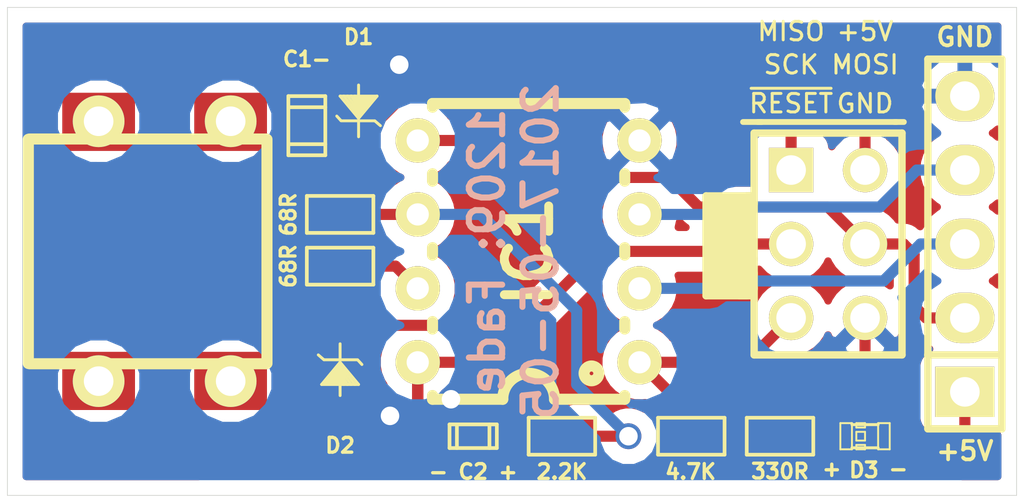
<source format=kicad_pcb>
(kicad_pcb (version 4) (host pcbnew 4.0.6)

  (general
    (links 32)
    (no_connects 0)
    (area 96.761299 86.093299 131.457701 102.882701)
    (thickness 1.6002)
    (drawings 26)
    (tracks 122)
    (zones 0)
    (modules 14)
    (nets 17)
  )

  (page A4)
  (layers
    (0 Front signal)
    (31 Back signal)
    (33 F.Adhes user)
    (35 F.Paste user)
    (36 B.SilkS user)
    (37 F.SilkS user)
    (38 B.Mask user)
    (39 F.Mask user)
    (44 Edge.Cuts user)
  )

  (setup
    (last_trace_width 0.2032)
    (user_trace_width 0.254)
    (user_trace_width 0.381)
    (user_trace_width 0.508)
    (trace_clearance 0.25654)
    (zone_clearance 0.794004)
    (zone_45_only no)
    (trace_min 0.2032)
    (segment_width 0.2)
    (edge_width 0.1)
    (via_size 0.889)
    (via_drill 0.635)
    (via_min_size 0.889)
    (via_min_drill 0.508)
    (uvia_size 0.508)
    (uvia_drill 0.127)
    (uvias_allowed no)
    (uvia_min_size 0.508)
    (uvia_min_drill 0.127)
    (pcb_text_width 0.3)
    (pcb_text_size 1.5 1.5)
    (mod_edge_width 0.381)
    (mod_text_size 1 1)
    (mod_text_width 0.15)
    (pad_size 2.49936 1.99898)
    (pad_drill 0)
    (pad_to_mask_clearance 0)
    (aux_axis_origin 96.774 102.87)
    (visible_elements 7FFFFF7F)
    (pcbplotparams
      (layerselection 0x00030_80000001)
      (usegerberextensions true)
      (excludeedgelayer false)
      (linewidth 0.150000)
      (plotframeref false)
      (viasonmask false)
      (mode 1)
      (useauxorigin false)
      (hpglpennumber 1)
      (hpglpenspeed 20)
      (hpglpendiameter 15)
      (hpglpenoverlay 2)
      (psnegative false)
      (psa4output false)
      (plotreference true)
      (plotvalue true)
      (plotinvisibletext false)
      (padsonsilk false)
      (subtractmaskfromsilk false)
      (outputformat 1)
      (mirror false)
      (drillshape 0)
      (scaleselection 1)
      (outputdirectory gerbers/))
  )

  (net 0 "")
  (net 1 +5V)
  (net 2 GND)
  (net 3 "Net-(CON2-Pad4)")
  (net 4 "Net-(CON2-Pad6)")
  (net 5 "Net-(CON2-Pad7)")
  (net 6 "Net-(CON2-Pad8)")
  (net 7 "Net-(CON2-Pad9)")
  (net 8 "Net-(IC1-Pad3)")
  (net 9 "Net-(IC1-Pad2)")
  (net 10 "Net-(D3-Pad2)")
  (net 11 "Net-(CON2-Pad2)")
  (net 12 "Net-(CON2-Pad3)")
  (net 13 MISO)
  (net 14 SCK)
  (net 15 MOSI)
  (net 16 RST)

  (net_class Default "This is the default net class."
    (clearance 0.25654)
    (trace_width 0.2032)
    (via_dia 0.889)
    (via_drill 0.635)
    (uvia_dia 0.508)
    (uvia_drill 0.127)
    (add_net MISO)
    (add_net MOSI)
    (add_net "Net-(CON2-Pad2)")
    (add_net "Net-(CON2-Pad3)")
    (add_net RST)
    (add_net SCK)
  )

  (net_class 1/100 ""
    (clearance 0.254)
    (trace_width 0.2032)
    (via_dia 0.889)
    (via_drill 0.635)
    (uvia_dia 0.508)
    (uvia_drill 0.127)
    (add_net +5V)
    (add_net GND)
    (add_net "Net-(CON2-Pad4)")
    (add_net "Net-(CON2-Pad6)")
    (add_net "Net-(CON2-Pad7)")
    (add_net "Net-(CON2-Pad8)")
    (add_net "Net-(CON2-Pad9)")
    (add_net "Net-(D3-Pad2)")
    (add_net "Net-(IC1-Pad2)")
    (add_net "Net-(IC1-Pad3)")
  )

  (net_class "1/32 bit" ""
    (clearance 0.794004)
    (trace_width 0.2032)
    (via_dia 0.889)
    (via_drill 0.635)
    (uvia_dia 0.508)
    (uvia_drill 0.127)
  )

  (net_class "1/64 bit" ""
    (clearance 0.39878)
    (trace_width 0.2032)
    (via_dia 0.889)
    (via_drill 0.635)
    (uvia_dia 0.508)
    (uvia_drill 0.127)
  )

  (module Pin_Headers:Pin_Header_Straight_1x05 (layer Front) (tedit 555929AB) (tstamp 55559736)
    (at 129.667 94.234 90)
    (descr "1 pin")
    (tags "CONN DEV")
    (path /5555966D)
    (fp_text reference P1 (at 0 -2.286 90) (layer F.SilkS) hide
      (effects (font (size 1.27 1.27) (thickness 0.2032)))
    )
    (fp_text value CONN_5 (at 0 0 90) (layer F.SilkS) hide
      (effects (font (size 1.27 1.27) (thickness 0.2032)))
    )
    (fp_line (start -3.81 -1.27) (end 6.35 -1.27) (layer F.SilkS) (width 0.254))
    (fp_line (start 6.35 -1.27) (end 6.35 1.27) (layer F.SilkS) (width 0.254))
    (fp_line (start 6.35 1.27) (end -3.81 1.27) (layer F.SilkS) (width 0.254))
    (fp_line (start -6.35 -1.27) (end -3.81 -1.27) (layer F.SilkS) (width 0.254))
    (fp_line (start -3.81 -1.27) (end -3.81 1.27) (layer F.SilkS) (width 0.254))
    (fp_line (start -6.35 -1.27) (end -6.35 1.27) (layer F.SilkS) (width 0.254))
    (fp_line (start -6.35 1.27) (end -3.81 1.27) (layer F.SilkS) (width 0.254))
    (pad 1 thru_hole rect (at -5.08 0 90) (size 1.7272 2.032) (drill 1.016) (layers *.Cu *.Mask F.SilkS)
      (net 1 +5V))
    (pad 2 thru_hole oval (at -2.54 0 90) (size 1.7272 2.032) (drill 1.016) (layers *.Cu *.Mask F.SilkS)
      (net 15 MOSI))
    (pad 3 thru_hole oval (at 0 0 90) (size 1.7272 2.032) (drill 1.016) (layers *.Cu *.Mask F.SilkS)
      (net 9 "Net-(IC1-Pad2)"))
    (pad 4 thru_hole oval (at 2.54 0 90) (size 1.7272 2.032) (drill 1.016) (layers *.Cu *.Mask F.SilkS)
      (net 8 "Net-(IC1-Pad3)"))
    (pad 5 thru_hole oval (at 5.08 0 90) (size 1.7272 2.032) (drill 1.016) (layers *.Cu *.Mask F.SilkS)
      (net 2 GND))
    (model Pin_Headers/Pin_Header_Straight_1x05.wrl
      (at (xyz 0 0 0))
      (scale (xyz 1 1 1))
      (rotate (xyz 0 0 0))
    )
  )

  (module SM0603 (layer Front) (tedit 553F58DE) (tstamp 553F582E)
    (at 120.269 100.838)
    (path /54F7455B)
    (attr smd)
    (fp_text reference R1 (at 0 -1.143) (layer F.SilkS) hide
      (effects (font (size 0.4572 0.4572) (thickness 0.04064)))
    )
    (fp_text value 4K7 (at 0 0) (layer F.SilkS) hide
      (effects (font (size 0.508 0.4572) (thickness 0.1143)))
    )
    (fp_line (start -1.143 -0.635) (end 1.143 -0.635) (layer F.SilkS) (width 0.127))
    (fp_line (start 1.143 -0.635) (end 1.143 0.635) (layer F.SilkS) (width 0.127))
    (fp_line (start 1.143 0.635) (end -1.143 0.635) (layer F.SilkS) (width 0.127))
    (fp_line (start -1.143 0.635) (end -1.143 -0.635) (layer F.SilkS) (width 0.127))
    (pad 1 smd rect (at -0.762 0) (size 0.635 1.143) (layers Front F.Paste F.Mask)
      (net 16 RST))
    (pad 2 smd rect (at 0.762 0) (size 0.635 1.143) (layers Front F.Paste F.Mask)
      (net 1 +5V))
    (model smd\resistors\R0603.wrl
      (at (xyz 0 0 0.001))
      (scale (xyz 0.5 0.5 0.5))
      (rotate (xyz 0 0 0))
    )
  )

  (module SM0603 (layer Front) (tedit 553F5987) (tstamp 54FB9E71)
    (at 108.204 93.218 180)
    (path /54F3B76D)
    (attr smd)
    (fp_text reference R2 (at 1.4605 0 270) (layer F.SilkS) hide
      (effects (font (size 0.4572 0.4572) (thickness 0.04064)))
    )
    (fp_text value R68 (at 0 0 180) (layer F.SilkS) hide
      (effects (font (size 0.508 0.4572) (thickness 0.1143)))
    )
    (fp_line (start -1.143 -0.635) (end 1.143 -0.635) (layer F.SilkS) (width 0.127))
    (fp_line (start 1.143 -0.635) (end 1.143 0.635) (layer F.SilkS) (width 0.127))
    (fp_line (start 1.143 0.635) (end -1.143 0.635) (layer F.SilkS) (width 0.127))
    (fp_line (start -1.143 0.635) (end -1.143 -0.635) (layer F.SilkS) (width 0.127))
    (pad 1 smd rect (at -0.762 0 180) (size 0.635 1.143) (layers Front F.Paste F.Mask)
      (net 13 MISO))
    (pad 2 smd rect (at 0.762 0 180) (size 0.635 1.143) (layers Front F.Paste F.Mask)
      (net 11 "Net-(CON2-Pad2)"))
    (model smd\resistors\R0603.wrl
      (at (xyz 0 0 0.001))
      (scale (xyz 0.5 0.5 0.5))
      (rotate (xyz 0 0 0))
    )
  )

  (module SM0603 (layer Front) (tedit 553F5984) (tstamp 54FB9E7C)
    (at 108.204 94.996 180)
    (path /54F3B760)
    (attr smd)
    (fp_text reference R3 (at 1.4605 0 270) (layer F.SilkS) hide
      (effects (font (size 0.4572 0.4572) (thickness 0.04064)))
    )
    (fp_text value R68 (at 0 0 180) (layer F.SilkS) hide
      (effects (font (size 0.508 0.4572) (thickness 0.1143)))
    )
    (fp_line (start -1.143 -0.635) (end 1.143 -0.635) (layer F.SilkS) (width 0.127))
    (fp_line (start 1.143 -0.635) (end 1.143 0.635) (layer F.SilkS) (width 0.127))
    (fp_line (start 1.143 0.635) (end -1.143 0.635) (layer F.SilkS) (width 0.127))
    (fp_line (start -1.143 0.635) (end -1.143 -0.635) (layer F.SilkS) (width 0.127))
    (pad 1 smd rect (at -0.762 0 180) (size 0.635 1.143) (layers Front F.Paste F.Mask)
      (net 14 SCK))
    (pad 2 smd rect (at 0.762 0 180) (size 0.635 1.143) (layers Front F.Paste F.Mask)
      (net 12 "Net-(CON2-Pad3)"))
    (model smd\resistors\R0603.wrl
      (at (xyz 0 0 0.001))
      (scale (xyz 0.5 0.5 0.5))
      (rotate (xyz 0 0 0))
    )
  )

  (module AVR-ISP-6 (layer Front) (tedit 553F08A2) (tstamp 54FACBCF)
    (at 124.968 94.234 270)
    (descr "Double rangee de contacts 2 x 4 pins")
    (tags CONN)
    (path /5568B1ED)
    (fp_text reference CON1 (at 0 -3.429 270) (layer F.SilkS) hide
      (effects (font (size 0.4572 0.4572) (thickness 0.1143)))
    )
    (fp_text value AVR-ISP-6 (at 0 5.334 270) (layer F.SilkS) hide
      (effects (font (size 1.016 1.016) (thickness 0.2032)))
    )
    (fp_line (start -0.508 2.794) (end -0.508 3.8735) (layer F.SilkS) (width 0.635))
    (fp_line (start -0.9525 2.8575) (end -0.9525 3.937) (layer F.SilkS) (width 0.635))
    (fp_line (start -1.397 2.7305) (end -1.397 3.8735) (layer F.SilkS) (width 0.635))
    (fp_line (start 0 2.794) (end 0 3.937) (layer F.SilkS) (width 0.635))
    (fp_line (start 0.508 2.7305) (end 0.508 3.937) (layer F.SilkS) (width 0.635))
    (fp_line (start 1.016 2.7305) (end 1.016 3.937) (layer F.SilkS) (width 0.635))
    (fp_line (start 1.524 2.7305) (end 1.524 3.937) (layer F.SilkS) (width 0.635))
    (fp_line (start -1.651 2.667) (end -1.651 2.794) (layer F.SilkS) (width 0.254))
    (fp_line (start 1.778 2.794) (end 1.778 3.048) (layer F.SilkS) (width 0.254))
    (fp_line (start -1.651 4.191) (end -1.651 2.667) (layer F.SilkS) (width 0.254))
    (fp_line (start -1.651 4.191) (end 1.778 4.191) (layer F.SilkS) (width 0.254))
    (fp_line (start 1.778 4.191) (end 1.778 2.667) (layer F.SilkS) (width 0.254))
    (fp_line (start 3.81 2.54) (end -3.81 2.54) (layer F.SilkS) (width 0.254))
    (fp_line (start -3.81 -2.54) (end 3.81 -2.54) (layer F.SilkS) (width 0.254))
    (fp_line (start 3.81 -2.54) (end 3.81 2.54) (layer F.SilkS) (width 0.254))
    (fp_line (start -3.81 2.54) (end -3.81 -2.54) (layer F.SilkS) (width 0.254))
    (pad 1 thru_hole rect (at -2.54 1.27 270) (size 1.524 1.524) (drill 1.016) (layers *.Cu *.Mask F.SilkS)
      (net 13 MISO))
    (pad 2 thru_hole circle (at -2.54 -1.27 270) (size 1.524 1.524) (drill 1.016) (layers *.Cu *.Mask F.SilkS)
      (net 1 +5V))
    (pad 3 thru_hole circle (at 0 1.27 270) (size 1.524 1.524) (drill 1.016) (layers *.Cu *.Mask F.SilkS)
      (net 14 SCK))
    (pad 4 thru_hole circle (at 0 -1.27 270) (size 1.524 1.524) (drill 1.016) (layers *.Cu *.Mask F.SilkS)
      (net 15 MOSI))
    (pad 5 thru_hole circle (at 2.54 1.27 270) (size 1.524 1.524) (drill 1.016) (layers *.Cu *.Mask F.SilkS)
      (net 16 RST))
    (pad 6 thru_hole circle (at 2.54 -1.27 270) (size 1.524 1.524) (drill 1.016) (layers *.Cu *.Mask F.SilkS)
      (net 2 GND))
    (model pin_array/pins_array_3x2.wrl
      (at (xyz 0 0 0))
      (scale (xyz 1 1 1))
      (rotate (xyz 0 0 0))
    )
  )

  (module Cherry:BZT52C3V6-E3-08 (layer Front) (tedit 55592C07) (tstamp 54FABBD9)
    (at 108.204 98.425 90)
    (path /54FCF456)
    (fp_text reference D2 (at -2.7305 0 180) (layer F.SilkS)
      (effects (font (size 0.508 0.508) (thickness 0.1143)))
    )
    (fp_text value ZENER (at 0 4.191 90) (layer F.SilkS) hide
      (effects (font (thickness 0.3048)))
    )
    (fp_line (start 0.2159 -0.5588) (end 0.381 -0.7493) (layer F.SilkS) (width 0.1))
    (fp_line (start 0.2032 0.6096) (end 0.0508 0.7493) (layer F.SilkS) (width 0.1))
    (fp_line (start -0.127 -0.1905) (end -0.127 -0.0635) (layer F.SilkS) (width 0.1))
    (fp_line (start 0 -0.0635) (end -0.1905 -0.0635) (layer F.SilkS) (width 0.1))
    (fp_line (start -0.1905 -0.254) (end -0.1905 -0.0635) (layer F.SilkS) (width 0.1))
    (fp_line (start -0.254 0) (end -0.254 -0.254) (layer F.SilkS) (width 0.1))
    (fp_line (start -0.3175 -0.3175) (end -0.3175 -0.0635) (layer F.SilkS) (width 0.1))
    (fp_line (start -0.381 -0.0635) (end -0.381 -0.381) (layer F.SilkS) (width 0.1))
    (fp_line (start -0.4445 -0.4445) (end -0.4445 -0.0635) (layer F.SilkS) (width 0.1))
    (fp_line (start -0.5715 -0.0635) (end -0.5715 -0.508) (layer F.SilkS) (width 0.1))
    (fp_line (start -0.508 0) (end -0.508 -0.508) (layer F.SilkS) (width 0.1))
    (fp_line (start 0.127 0) (end -0.635 -0.635) (layer F.SilkS) (width 0.1))
    (fp_line (start -0.635 -0.635) (end -0.635 0) (layer F.SilkS) (width 0.1))
    (fp_line (start -0.508 0) (end -0.635 0.254) (layer F.SilkS) (width 0.1))
    (fp_line (start -0.635 0.635) (end -0.635 0) (layer F.SilkS) (width 0.1))
    (fp_line (start -0.381 0) (end -0.635 0.127) (layer F.SilkS) (width 0.1))
    (fp_line (start -0.635 0.254) (end -0.254 0) (layer F.SilkS) (width 0.1))
    (fp_line (start -0.127 0) (end -0.635 0.381) (layer F.SilkS) (width 0.1))
    (fp_line (start -0.635 0.508) (end 0 0) (layer F.SilkS) (width 0.1))
    (fp_line (start 0.127 0) (end -0.635 0.635) (layer F.SilkS) (width 0.1))
    (fp_line (start -0.635 0) (end 0.127 0) (layer F.SilkS) (width 0.1))
    (fp_line (start 0.254 0) (end 0.762 0) (layer F.SilkS) (width 0.1))
    (fp_line (start -0.635 0) (end -1.016 0) (layer F.SilkS) (width 0.1))
    (fp_line (start 0.21336 0.59944) (end 0.21336 -0.55118) (layer F.SilkS) (width 0.1))
    (pad 1 smd rect (at -1.7145 0 90) (size 0.8509 0.8509) (layers Front F.Paste F.Mask)
      (net 2 GND))
    (pad 2 smd rect (at 1.63576 0 90) (size 0.8509 0.8509) (layers Front F.Paste F.Mask)
      (net 14 SCK))
  )

  (module Cherry:BZT52C3V6-E3-08 (layer Front) (tedit 55592C0D) (tstamp 54FABBCA)
    (at 108.839 89.789 270)
    (path /54FCF204)
    (fp_text reference D1 (at -2.667 0 360) (layer F.SilkS)
      (effects (font (size 0.508 0.508) (thickness 0.1143)))
    )
    (fp_text value ZENER (at 0 1.27 270) (layer F.SilkS) hide
      (effects (font (size 0.508 0.4572) (thickness 0.1143)))
    )
    (fp_line (start 0.2159 -0.5588) (end 0.381 -0.7493) (layer F.SilkS) (width 0.1))
    (fp_line (start 0.2032 0.6096) (end 0.0508 0.7493) (layer F.SilkS) (width 0.1))
    (fp_line (start -0.127 -0.1905) (end -0.127 -0.0635) (layer F.SilkS) (width 0.1))
    (fp_line (start 0 -0.0635) (end -0.1905 -0.0635) (layer F.SilkS) (width 0.1))
    (fp_line (start -0.1905 -0.254) (end -0.1905 -0.0635) (layer F.SilkS) (width 0.1))
    (fp_line (start -0.254 0) (end -0.254 -0.254) (layer F.SilkS) (width 0.1))
    (fp_line (start -0.3175 -0.3175) (end -0.3175 -0.0635) (layer F.SilkS) (width 0.1))
    (fp_line (start -0.381 -0.0635) (end -0.381 -0.381) (layer F.SilkS) (width 0.1))
    (fp_line (start -0.4445 -0.4445) (end -0.4445 -0.0635) (layer F.SilkS) (width 0.1))
    (fp_line (start -0.5715 -0.0635) (end -0.5715 -0.508) (layer F.SilkS) (width 0.1))
    (fp_line (start -0.508 0) (end -0.508 -0.508) (layer F.SilkS) (width 0.1))
    (fp_line (start 0.127 0) (end -0.635 -0.635) (layer F.SilkS) (width 0.1))
    (fp_line (start -0.635 -0.635) (end -0.635 0) (layer F.SilkS) (width 0.1))
    (fp_line (start -0.508 0) (end -0.635 0.254) (layer F.SilkS) (width 0.1))
    (fp_line (start -0.635 0.635) (end -0.635 0) (layer F.SilkS) (width 0.1))
    (fp_line (start -0.381 0) (end -0.635 0.127) (layer F.SilkS) (width 0.1))
    (fp_line (start -0.635 0.254) (end -0.254 0) (layer F.SilkS) (width 0.1))
    (fp_line (start -0.127 0) (end -0.635 0.381) (layer F.SilkS) (width 0.1))
    (fp_line (start -0.635 0.508) (end 0 0) (layer F.SilkS) (width 0.1))
    (fp_line (start 0.127 0) (end -0.635 0.635) (layer F.SilkS) (width 0.1))
    (fp_line (start -0.635 0) (end 0.127 0) (layer F.SilkS) (width 0.1))
    (fp_line (start 0.254 0) (end 0.762 0) (layer F.SilkS) (width 0.1))
    (fp_line (start -0.635 0) (end -1.016 0) (layer F.SilkS) (width 0.1))
    (fp_line (start 0.21336 0.59944) (end 0.21336 -0.55118) (layer F.SilkS) (width 0.1))
    (pad 1 smd rect (at -1.7145 0 270) (size 0.8509 0.8509) (layers Front F.Paste F.Mask)
      (net 2 GND))
    (pad 2 smd rect (at 1.63576 0 270) (size 0.8509 0.8509) (layers Front F.Paste F.Mask)
      (net 13 MISO))
  )

  (module Power_Integrations:PDIP-8 (layer Front) (tedit 5503A4BC) (tstamp 5503A2D2)
    (at 114.681 94.488 90)
    (descr "PDIP-8 Standard 300mil 8pin Dual In Line Package")
    (tags "Power Integrations P Package")
    (path /54F2CCCD)
    (fp_text reference IC1 (at 0 0 90) (layer F.SilkS)
      (effects (font (thickness 0.3048)))
    )
    (fp_text value ATTINY85-P (at 0 0 90) (layer F.SilkS) hide
      (effects (font (thickness 0.3048)))
    )
    (fp_line (start -5.08 0.889) (end -5.08 3.302) (layer F.SilkS) (width 0.381))
    (fp_line (start -5.08 -0.889) (end -5.08 -3.302) (layer F.SilkS) (width 0.381))
    (fp_arc (start -5.08 0) (end -4.191 0) (angle 90) (layer F.SilkS) (width 0.381))
    (fp_arc (start -5.08 0) (end -5.08 -0.889) (angle 90) (layer F.SilkS) (width 0.381))
    (fp_circle (center -4.191 2.159) (end -3.937 2.159) (layer F.SilkS) (width 0.381))
    (fp_line (start 5.08 3.302) (end 4.953 3.302) (layer F.SilkS) (width 0.381))
    (fp_line (start 2.413 3.302) (end 2.667 3.302) (layer F.SilkS) (width 0.381))
    (fp_line (start -0.127 3.302) (end 0.127 3.302) (layer F.SilkS) (width 0.381))
    (fp_line (start -2.667 3.302) (end -2.413 3.302) (layer F.SilkS) (width 0.381))
    (fp_line (start -5.08 3.302) (end -4.953 3.302) (layer F.SilkS) (width 0.381))
    (fp_line (start -5.08 -3.302) (end -4.953 -3.302) (layer F.SilkS) (width 0.381))
    (fp_line (start 5.08 -3.302) (end 4.953 -3.302) (layer F.SilkS) (width 0.381))
    (fp_line (start 2.413 -3.302) (end 2.667 -3.302) (layer F.SilkS) (width 0.381))
    (fp_line (start -0.127 -3.302) (end 0.127 -3.302) (layer F.SilkS) (width 0.381))
    (fp_line (start -2.667 -3.302) (end -2.413 -3.302) (layer F.SilkS) (width 0.381))
    (fp_line (start 5.08 3.302) (end 5.08 -3.302) (layer F.SilkS) (width 0.381))
    (pad 1 thru_hole circle (at -3.81 3.81 90) (size 1.524 1.524) (drill 0.762) (layers *.Cu *.Mask F.SilkS)
      (net 16 RST))
    (pad 2 thru_hole circle (at -1.27 3.81 90) (size 1.524 1.524) (drill 0.762) (layers *.Cu *.Mask F.SilkS)
      (net 9 "Net-(IC1-Pad2)"))
    (pad 3 thru_hole circle (at 1.27 3.81 90) (size 1.524 1.524) (drill 0.762) (layers *.Cu *.Mask F.SilkS)
      (net 8 "Net-(IC1-Pad3)"))
    (pad 4 thru_hole circle (at 3.81 3.81 90) (size 1.524 1.524) (drill 0.762) (layers *.Cu *.Mask F.SilkS)
      (net 2 GND))
    (pad 5 thru_hole circle (at 3.81 -3.81 90) (size 1.524 1.524) (drill 0.762) (layers *.Cu *.Mask F.SilkS)
      (net 15 MOSI))
    (pad 6 thru_hole circle (at 1.27 -3.81 90) (size 1.524 1.524) (drill 0.762) (layers *.Cu *.Mask F.SilkS)
      (net 13 MISO))
    (pad 7 thru_hole circle (at -1.27 -3.81 90) (size 1.524 1.524) (drill 0.762) (layers *.Cu *.Mask F.SilkS)
      (net 14 SCK))
    (pad 8 thru_hole circle (at -3.81 -3.81 90) (size 1.524 1.524) (drill 0.762) (layers *.Cu *.Mask F.SilkS)
      (net 1 +5V))
  )

  (module Capacitors_SMD:c_0603 (layer Front) (tedit 553F5943) (tstamp 553D42F5)
    (at 112.776 100.838)
    (descr "SMT capacitor, 0603")
    (path /553CD788)
    (fp_text reference C1 (at 0 1.0795) (layer F.SilkS) hide
      (effects (font (size 0.4572 0.4572) (thickness 0.04064)))
    )
    (fp_text value C (at 0 0.635) (layer F.SilkS) hide
      (effects (font (size 0.20066 0.20066) (thickness 0.04064)))
    )
    (fp_line (start 0.5588 0.4064) (end 0.5588 -0.4064) (layer F.SilkS) (width 0.127))
    (fp_line (start -0.5588 -0.381) (end -0.5588 0.4064) (layer F.SilkS) (width 0.127))
    (fp_line (start -0.8128 -0.4064) (end 0.8128 -0.4064) (layer F.SilkS) (width 0.127))
    (fp_line (start 0.8128 -0.4064) (end 0.8128 0.4064) (layer F.SilkS) (width 0.127))
    (fp_line (start 0.8128 0.4064) (end -0.8128 0.4064) (layer F.SilkS) (width 0.127))
    (fp_line (start -0.8128 0.4064) (end -0.8128 -0.4064) (layer F.SilkS) (width 0.127))
    (pad 1 smd rect (at 0.75184 0) (size 0.89916 1.00076) (layers Front F.Paste F.Mask)
      (net 1 +5V))
    (pad 2 smd rect (at -0.75184 0) (size 0.89916 1.00076) (layers Front F.Paste F.Mask)
      (net 2 GND))
    (model smd/capacitors/c_0603.wrl
      (at (xyz 0 0 0))
      (scale (xyz 1 1 1))
      (rotate (xyz 0 0 0))
    )
  )

  (module SMD_Packages:SM0603 (layer Front) (tedit 553F592A) (tstamp 553D42E8)
    (at 115.824 100.838 180)
    (path /553CB128)
    (attr smd)
    (fp_text reference R4 (at 0 -1.0795 180) (layer F.SilkS) hide
      (effects (font (size 0.4572 0.4572) (thickness 0.04064)))
    )
    (fp_text value R2K2 (at 0 0 180) (layer F.SilkS) hide
      (effects (font (size 0.508 0.4572) (thickness 0.1143)))
    )
    (fp_line (start -1.143 -0.635) (end 1.143 -0.635) (layer F.SilkS) (width 0.127))
    (fp_line (start 1.143 -0.635) (end 1.143 0.635) (layer F.SilkS) (width 0.127))
    (fp_line (start 1.143 0.635) (end -1.143 0.635) (layer F.SilkS) (width 0.127))
    (fp_line (start -1.143 0.635) (end -1.143 -0.635) (layer F.SilkS) (width 0.127))
    (pad 1 smd rect (at -0.762 0 180) (size 0.635 1.143) (layers Front F.Paste F.Mask)
      (net 13 MISO))
    (pad 2 smd rect (at 0.762 0 180) (size 0.635 1.143) (layers Front F.Paste F.Mask)
      (net 1 +5V))
    (model smd\resistors\R0603.wrl
      (at (xyz 0 0 0.001))
      (scale (xyz 0.5 0.5 0.5))
      (rotate (xyz 0 0 0))
    )
  )

  (module LEDs:LED-0603 (layer Front) (tedit 5555026B) (tstamp 553DED17)
    (at 126.238 100.838 180)
    (descr "LED 0603 smd package")
    (tags "LED led 0603 SMD smd SMT smt smdled SMDLED smtled SMTLED")
    (path /553DE7F4)
    (attr smd)
    (fp_text reference D3 (at 0 -1.016 180) (layer F.SilkS) hide
      (effects (font (size 0.4572 0.4572) (thickness 0.04064)))
    )
    (fp_text value LED (at 0.127 1.397 180) (layer F.SilkS) hide
      (effects (font (size 0.889 0.889) (thickness 0.2032)))
    )
    (fp_line (start 0.44958 -0.44958) (end 0.44958 0.44958) (layer F.SilkS) (width 0.06604))
    (fp_line (start 0.44958 0.44958) (end 0.84836 0.44958) (layer F.SilkS) (width 0.06604))
    (fp_line (start 0.84836 -0.44958) (end 0.84836 0.44958) (layer F.SilkS) (width 0.06604))
    (fp_line (start 0.44958 -0.44958) (end 0.84836 -0.44958) (layer F.SilkS) (width 0.06604))
    (fp_line (start -0.84836 -0.44958) (end -0.84836 0.44958) (layer F.SilkS) (width 0.06604))
    (fp_line (start -0.84836 0.44958) (end -0.44958 0.44958) (layer F.SilkS) (width 0.06604))
    (fp_line (start -0.44958 -0.44958) (end -0.44958 0.44958) (layer F.SilkS) (width 0.06604))
    (fp_line (start -0.84836 -0.44958) (end -0.44958 -0.44958) (layer F.SilkS) (width 0.06604))
    (fp_line (start 0 -0.44958) (end 0 -0.29972) (layer F.SilkS) (width 0.06604))
    (fp_line (start 0 -0.29972) (end 0.29972 -0.29972) (layer F.SilkS) (width 0.06604))
    (fp_line (start 0.29972 -0.44958) (end 0.29972 -0.29972) (layer F.SilkS) (width 0.06604))
    (fp_line (start 0 -0.44958) (end 0.29972 -0.44958) (layer F.SilkS) (width 0.06604))
    (fp_line (start 0 0.29972) (end 0 0.44958) (layer F.SilkS) (width 0.06604))
    (fp_line (start 0 0.44958) (end 0.29972 0.44958) (layer F.SilkS) (width 0.06604))
    (fp_line (start 0.29972 0.29972) (end 0.29972 0.44958) (layer F.SilkS) (width 0.06604))
    (fp_line (start 0 0.29972) (end 0.29972 0.29972) (layer F.SilkS) (width 0.06604))
    (fp_line (start 0 -0.14986) (end 0 0.14986) (layer F.SilkS) (width 0.06604))
    (fp_line (start 0 0.14986) (end 0.29972 0.14986) (layer F.SilkS) (width 0.06604))
    (fp_line (start 0.29972 -0.14986) (end 0.29972 0.14986) (layer F.SilkS) (width 0.06604))
    (fp_line (start 0 -0.14986) (end 0.29972 -0.14986) (layer F.SilkS) (width 0.06604))
    (fp_line (start 0.44958 -0.39878) (end -0.44958 -0.39878) (layer F.SilkS) (width 0.1016))
    (fp_line (start 0.44958 0.39878) (end -0.44958 0.39878) (layer F.SilkS) (width 0.1016))
    (pad 1 smd rect (at -0.7493 0 180) (size 0.79756 0.79756) (layers Front F.Paste F.Mask)
      (net 2 GND))
    (pad 2 smd rect (at 0.7493 0 180) (size 0.79756 0.79756) (layers Front F.Paste F.Mask)
      (net 10 "Net-(D3-Pad2)"))
  )

  (module SMD_Packages:SM0603 (layer Front) (tedit 553F58D8) (tstamp 553DED21)
    (at 123.317 100.838 180)
    (path /553DE806)
    (attr smd)
    (fp_text reference R5 (at -0.0635 -1.143 180) (layer F.SilkS) hide
      (effects (font (size 0.4572 0.4572) (thickness 0.04064)))
    )
    (fp_text value R330 (at 0 0 180) (layer F.SilkS) hide
      (effects (font (size 0.508 0.4572) (thickness 0.1143)))
    )
    (fp_line (start -1.143 -0.635) (end 1.143 -0.635) (layer F.SilkS) (width 0.127))
    (fp_line (start 1.143 -0.635) (end 1.143 0.635) (layer F.SilkS) (width 0.127))
    (fp_line (start 1.143 0.635) (end -1.143 0.635) (layer F.SilkS) (width 0.127))
    (fp_line (start -1.143 0.635) (end -1.143 -0.635) (layer F.SilkS) (width 0.127))
    (pad 1 smd rect (at -0.762 0 180) (size 0.635 1.143) (layers Front F.Paste F.Mask)
      (net 10 "Net-(D3-Pad2)"))
    (pad 2 smd rect (at 0.762 0 180) (size 0.635 1.143) (layers Front F.Paste F.Mask)
      (net 1 +5V))
    (model smd\resistors\R0603.wrl
      (at (xyz 0 0 0.001))
      (scale (xyz 0.5 0.5 0.5))
      (rotate (xyz 0 0 0))
    )
  )

  (module Capacitors_SMD:c_0805 (layer Front) (tedit 55565995) (tstamp 553D3856)
    (at 107.061 90.17 270)
    (descr "SMT capacitor, 0805")
    (path /553CE08B)
    (fp_text reference C2 (at 0 -0.9906 270) (layer F.SilkS) hide
      (effects (font (size 0.29972 0.29972) (thickness 0.06096)))
    )
    (fp_text value C (at 0 0.9906 270) (layer F.SilkS) hide
      (effects (font (size 0.29972 0.29972) (thickness 0.06096)))
    )
    (fp_line (start 0.635 -0.635) (end 0.635 0.635) (layer F.SilkS) (width 0.127))
    (fp_line (start -0.635 -0.635) (end -0.635 0.6096) (layer F.SilkS) (width 0.127))
    (fp_line (start -1.016 -0.635) (end 1.016 -0.635) (layer F.SilkS) (width 0.127))
    (fp_line (start 1.016 -0.635) (end 1.016 0.635) (layer F.SilkS) (width 0.127))
    (fp_line (start 1.016 0.635) (end -1.016 0.635) (layer F.SilkS) (width 0.127))
    (fp_line (start -1.016 0.635) (end -1.016 -0.635) (layer F.SilkS) (width 0.127))
    (pad 1 smd rect (at 0.9525 0 270) (size 1.30048 1.4986) (layers Front F.Paste F.Mask)
      (net 1 +5V))
    (pad 2 smd rect (at -0.9525 0 270) (size 1.30048 1.4986) (layers Front F.Paste F.Mask)
      (net 2 GND))
    (model smd/capacitors/c_0805.wrl
      (at (xyz 0 0 0))
      (scale (xyz 1 1 1))
      (rotate (xyz 0 0 0))
    )
  )

  (module Cherry:USB_MINI_B_SMT (layer Front) (tedit 555930B6) (tstamp 5554ECF7)
    (at 101.092 94.488)
    (descr "USB Mini-B 5-pin SMD connector")
    (tags "USB, Mini-B, connector")
    (path /54F38472)
    (fp_text reference CON2 (at 0 6.90118) (layer F.SilkS) hide
      (effects (font (size 1.016 1.016) (thickness 0.2032)))
    )
    (fp_text value USB-MINI-B (at 0 -7.0993) (layer F.SilkS) hide
      (effects (font (size 1.016 1.016) (thickness 0.2032)))
    )
    (fp_line (start -3.556 3.8608) (end 4.572 3.8608) (layer F.SilkS) (width 0.381))
    (fp_line (start -3.556 -3.8608) (end 4.572 -3.8608) (layer F.SilkS) (width 0.381))
    (fp_line (start -3.59918 -3.85064) (end -3.59918 3.85064) (layer F.SilkS) (width 0.381))
    (fp_line (start 4.59994 3.85064) (end 4.59994 -3.85064) (layer F.SilkS) (width 0.381))
    (pad 1 smd rect (at 3.44932 -1.6002) (size 2.30124 0.50038) (layers Front F.Paste F.Mask)
      (net 1 +5V))
    (pad 2 smd rect (at 3.44932 -0.8001) (size 2.30124 0.50038) (layers Front F.Paste F.Mask)
      (net 11 "Net-(CON2-Pad2)"))
    (pad 3 smd rect (at 3.44932 0) (size 2.30124 0.50038) (layers Front F.Paste F.Mask)
      (net 12 "Net-(CON2-Pad3)"))
    (pad 4 smd rect (at 3.44932 0.8001) (size 2.30124 0.50038) (layers Front F.Paste F.Mask)
      (net 3 "Net-(CON2-Pad4)"))
    (pad 5 smd rect (at 3.44932 1.6002) (size 2.30124 0.50038) (layers Front F.Paste F.Mask)
      (net 2 GND))
    (pad 6 smd rect (at 3.35026 -4.45008) (size 2.49936 1.99898) (layers Front F.Paste F.Mask)
      (net 4 "Net-(CON2-Pad6)"))
    (pad 7 smd rect (at -1.1837 -4.45008) (size 2.49936 1.99898) (layers Front F.Paste F.Mask)
      (net 5 "Net-(CON2-Pad7)"))
    (pad 8 smd rect (at 3.35026 4.45008) (size 2.49936 1.99898) (layers Front F.Paste F.Mask)
      (net 6 "Net-(CON2-Pad8)"))
    (pad 9 smd rect (at -1.1837 4.45008) (size 2.49936 1.99898) (layers Front F.Paste F.Mask)
      (net 7 "Net-(CON2-Pad9)"))
    (pad 11 thru_hole circle (at -1.1837 -4.4704) (size 1.778 1.778) (drill 1.016) (layers *.Cu *.Mask F.SilkS))
    (pad 12 thru_hole circle (at 3.3528 -4.4704) (size 1.778 1.778) (drill 1.016) (layers *.Cu *.Mask F.SilkS))
    (pad 13 thru_hole circle (at -1.1837 4.4577) (size 1.778 1.778) (drill 1.016) (layers *.Cu *.Mask F.SilkS))
    (pad 14 thru_hole circle (at 3.3528 4.4577) (size 1.778 1.778) (drill 1.016) (layers *.Cu *.Mask F.SilkS))
  )

  (gr_text D3 (at 126.2 102) (layer F.SilkS)
    (effects (font (size 0.508 0.508) (thickness 0.1143)))
  )
  (gr_line (start 127.5715 90.043) (end 127.254 90.043) (angle 90) (layer F.SilkS) (width 0.2))
  (gr_line (start 122.047 90.043) (end 122.682 90.043) (angle 90) (layer F.SilkS) (width 0.2))
  (gr_line (start 122.555 90.043) (end 127.3175 90.043) (angle 90) (layer F.SilkS) (width 0.2))
  (gr_text +5V (at 129.667 101.346) (layer F.SilkS)
    (effects (font (size 0.635 0.635) (thickness 0.127)))
  )
  (gr_text GND (at 129.667 87.122) (layer F.SilkS)
    (effects (font (size 0.635 0.635) (thickness 0.127)))
  )
  (gr_text ~RESET (at 123.698 89.408) (layer F.SilkS)
    (effects (font (size 0.635 0.635) (thickness 0.1016)))
  )
  (gr_text SCK (at 123.698 88.0745) (layer F.SilkS) (tstamp 55591407)
    (effects (font (size 0.635 0.635) (thickness 0.1016)))
  )
  (gr_text MISO (at 123.698 86.9315) (layer F.SilkS) (tstamp 55591403)
    (effects (font (size 0.635 0.635) (thickness 0.1016)))
  )
  (gr_text GND (at 126.238 89.408) (layer F.SilkS) (tstamp 55591414)
    (effects (font (size 0.635 0.635) (thickness 0.1016)))
  )
  (gr_text MOSI (at 126.238 88.0745) (layer F.SilkS)
    (effects (font (size 0.635 0.635) (thickness 0.1016)))
  )
  (gr_text +5V (at 126.238 86.9315) (layer F.SilkS) (tstamp 555505EF)
    (effects (font (size 0.635 0.635) (thickness 0.1016)))
  )
  (gr_text C1- (at 107.061 87.884) (layer F.SilkS)
    (effects (font (size 0.508 0.508) (thickness 0.1143)))
  )
  (gr_text 68R (at 106.426 94.996 90) (layer F.SilkS)
    (effects (font (size 0.508 0.508) (thickness 0.1143)))
  )
  (gr_text 68R (at 106.426 93.218 90) (layer F.SilkS) (tstamp 553F59A2)
    (effects (font (size 0.508 0.508) (thickness 0.1143)))
  )
  (gr_text "- C2 +" (at 112.776 102.0572) (layer F.SilkS)
    (effects (font (size 0.508 0.508) (thickness 0.1143)))
  )
  (gr_text 2.2K (at 115.824 102.0572) (layer F.SilkS)
    (effects (font (size 0.508 0.508) (thickness 0.1143)))
  )
  (gr_text - (at 127.381 101.9556) (layer F.SilkS)
    (effects (font (size 0.508 0.508) (thickness 0.1143)))
  )
  (gr_text + (at 125.095 101.9556) (layer F.SilkS)
    (effects (font (size 0.508 0.508) (thickness 0.1143)))
  )
  (gr_text 330R (at 123.317 102.0445) (layer F.SilkS)
    (effects (font (size 0.508 0.508) (thickness 0.1143)))
  )
  (gr_text 4.7K (at 120.2436 102.0572) (layer F.SilkS)
    (effects (font (size 0.508 0.508) (thickness 0.1143)))
  )
  (gr_line (start 131.445 86.106) (end 96.774 86.106) (angle 90) (layer Edge.Cuts) (width 0.0254))
  (gr_line (start 96.774 102.87) (end 131.445 102.87) (angle 90) (layer Edge.Cuts) (width 0.0254))
  (gr_line (start 131.445 86.106) (end 131.445 102.87) (angle 90) (layer Edge.Cuts) (width 0.0254))
  (gr_text "1209: Fade\n2017-05-05" (at 114.173 94.488 90) (layer B.SilkS)
    (effects (font (size 1.143 1.143) (thickness 0.20955)) (justify mirror))
  )
  (gr_line (start 96.774 102.87) (end 96.774 86.106) (angle 90) (layer Edge.Cuts) (width 0.0254))

  (segment (start 122.555 100.838) (end 121.031 100.838) (width 0.381) (layer Front) (net 1))
  (segment (start 107.442 86.995) (end 110.744 86.995) (width 0.381) (layer Front) (net 1))
  (segment (start 110.744 86.995) (end 111.8235 88.0745) (width 0.381) (layer Front) (net 1) (tstamp 556B7A77))
  (segment (start 111.8235 88.0745) (end 123.952 88.0745) (width 0.381) (layer Front) (net 1) (tstamp 556B7A8A))
  (segment (start 123.952 88.0745) (end 126.238 90.3605) (width 0.381) (layer Front) (net 1) (tstamp 556B7A95))
  (segment (start 126.238 90.3605) (end 126.238 91.694) (width 0.381) (layer Front) (net 1) (tstamp 556B7A9E))
  (segment (start 103.251 86.995) (end 102.108 88.138) (width 0.381) (layer Front) (net 1))
  (segment (start 107.442 86.995) (end 107.315 86.995) (width 0.381) (layer Front) (net 1))
  (segment (start 107.315 86.995) (end 103.251 86.995) (width 0.381) (layer Front) (net 1) (tstamp 556B7A46))
  (segment (start 102.108 93.726) (end 102.108 88.138) (width 0.381) (layer Front) (net 1) (tstamp 555938CB))
  (segment (start 104.54132 92.8878) (end 106.1212 92.8878) (width 0.381) (layer Front) (net 1))
  (segment (start 107.061 91.948) (end 107.061 91.1225) (width 0.381) (layer Front) (net 1) (tstamp 556B8B61))
  (segment (start 106.1212 92.8878) (end 107.061 91.948) (width 0.381) (layer Front) (net 1) (tstamp 556B8B5E))
  (segment (start 104.54132 92.8878) (end 102.9462 92.8878) (width 0.381) (layer Front) (net 1))
  (segment (start 102.108 93.726) (end 102.9462 92.8878) (width 0.381) (layer Front) (net 1) (tstamp 555938C7))
  (segment (start 110.871 98.298) (end 112.522 98.298) (width 0.381) (layer Front) (net 1))
  (segment (start 113.52784 99.30384) (end 113.52784 100.838) (width 0.381) (layer Front) (net 1) (tstamp 553D43B5))
  (segment (start 112.522 98.298) (end 113.52784 99.30384) (width 0.381) (layer Front) (net 1) (tstamp 553D43B2))
  (segment (start 113.52784 100.838) (end 115.062 100.838) (width 0.381) (layer Front) (net 1))
  (segment (start 121.666 102.108) (end 121.3358 102.108) (width 0.381) (layer Front) (net 1) (tstamp 556B9937))
  (segment (start 129.667 100.965) (end 128.524 102.108) (width 0.381) (layer Front) (net 1) (tstamp 556B98E7))
  (segment (start 128.524 102.108) (end 121.666 102.108) (width 0.381) (layer Front) (net 1) (tstamp 556B98EB))
  (segment (start 121.3358 102.108) (end 120.7262 102.108) (width 0.381) (layer Front) (net 1) (tstamp 556B994E))
  (segment (start 129.667 99.314) (end 129.667 100.965) (width 0.381) (layer Front) (net 1))
  (segment (start 121.031 101.8032) (end 120.7262 102.108) (width 0.381) (layer Front) (net 1) (tstamp 556B997B))
  (segment (start 121.031 100.838) (end 121.031 101.8032) (width 0.381) (layer Front) (net 1))
  (segment (start 121.031 101.8032) (end 121.3358 102.108) (width 0.381) (layer Front) (net 1) (tstamp 556B9982))
  (segment (start 104.394 102.108) (end 102.108 99.822) (width 0.381) (layer Front) (net 1) (tstamp 556B98F9))
  (segment (start 110.2106 102.108) (end 104.394 102.108) (width 0.381) (layer Front) (net 1) (tstamp 556B99AB))
  (segment (start 102.108 99.822) (end 102.108 93.726) (width 0.381) (layer Front) (net 1) (tstamp 556B98FD))
  (segment (start 111.506 102.108) (end 111.3536 102.108) (width 0.381) (layer Front) (net 1) (tstamp 556B9917))
  (segment (start 111.3536 102.108) (end 110.871 102.108) (width 0.381) (layer Front) (net 1) (tstamp 556B99BA))
  (segment (start 110.871 102.108) (end 110.6424 102.108) (width 0.381) (layer Front) (net 1) (tstamp 556B9A39))
  (segment (start 110.6424 102.108) (end 110.2106 102.108) (width 0.381) (layer Front) (net 1) (tstamp 556B99A5))
  (segment (start 120.396 102.108) (end 111.506 102.108) (width 0.381) (layer Front) (net 1) (tstamp 556B996F))
  (segment (start 120.7262 102.108) (end 120.396 102.108) (width 0.381) (layer Front) (net 1) (tstamp 556B9980))
  (segment (start 110.871 101.4476) (end 110.2106 102.108) (width 0.381) (layer Front) (net 1) (tstamp 556B9A19))
  (segment (start 110.871 98.298) (end 110.871 101.4476) (width 0.381) (layer Front) (net 1))
  (segment (start 110.871 101.473) (end 111.506 102.108) (width 0.381) (layer Front) (net 1) (tstamp 556B9A21))
  (segment (start 110.871 98.298) (end 110.871 101.473) (width 0.381) (layer Front) (net 1))
  (segment (start 110.871 98.298) (end 110.871 102.108) (width 0.381) (layer Front) (net 1))
  (segment (start 104.54132 96.0882) (end 106.5022 96.0882) (width 0.381) (layer Front) (net 2))
  (segment (start 107.2515 100.1395) (end 108.204 100.1395) (width 0.381) (layer Front) (net 2) (tstamp 556A1EA0))
  (segment (start 106.934 99.822) (end 107.2515 100.1395) (width 0.381) (layer Front) (net 2) (tstamp 556A1E9C))
  (segment (start 106.934 96.52) (end 106.934 99.822) (width 0.381) (layer Front) (net 2) (tstamp 556A1E98))
  (segment (start 106.5022 96.0882) (end 106.934 96.52) (width 0.381) (layer Front) (net 2) (tstamp 556A1E8D))
  (segment (start 126.238 96.774) (end 126.238 99.06) (width 0.381) (layer Front) (net 2))
  (segment (start 126.9873 99.8093) (end 126.9873 100.838) (width 0.381) (layer Front) (net 2) (tstamp 55559785))
  (segment (start 126.238 99.06) (end 126.9873 99.8093) (width 0.381) (layer Front) (net 2) (tstamp 55559784))
  (segment (start 112.02416 100.838) (end 112.02416 99.57816) (width 0.381) (layer Front) (net 2))
  (via (at 109.9185 100.1395) (size 0.889) (layers Front Back) (net 2))
  (segment (start 109.9185 100.1395) (end 108.204 100.1395) (width 0.381) (layer Front) (net 2))
  (segment (start 111.4425 100.1395) (end 109.9185 100.1395) (width 0.381) (layer Back) (net 2) (tstamp 553D43C0))
  (segment (start 112.014 99.568) (end 111.4425 100.1395) (width 0.381) (layer Back) (net 2) (tstamp 553D43BF))
  (via (at 112.014 99.568) (size 0.889) (layers Front Back) (net 2))
  (segment (start 112.02416 99.57816) (end 112.014 99.568) (width 0.254) (layer Front) (net 2) (tstamp 553D43BA))
  (via (at 110.236 88.0745) (size 0.889) (layers Front Back) (net 2))
  (segment (start 108.839 88.0745) (end 110.236 88.0745) (width 0.381) (layer Front) (net 2))
  (segment (start 108.839 88.0745) (end 107.3785 88.0745) (width 0.381) (layer Front) (net 2))
  (segment (start 107.3785 88.0745) (end 107.061 88.392) (width 0.381) (layer Front) (net 2) (tstamp 555913A4))
  (segment (start 107.061 88.392) (end 107.061 89.2175) (width 0.381) (layer Front) (net 2) (tstamp 555913A5))
  (segment (start 118.491 93.218) (end 121.539 93.218) (width 0.381) (layer Back) (net 8))
  (segment (start 128.016 91.694) (end 129.667 91.694) (width 0.381) (layer Back) (net 8) (tstamp 55559896))
  (segment (start 126.746 92.964) (end 128.016 91.694) (width 0.381) (layer Back) (net 8) (tstamp 55559890))
  (segment (start 121.793 92.964) (end 126.746 92.964) (width 0.381) (layer Back) (net 8) (tstamp 5555988B))
  (segment (start 121.539 93.218) (end 121.793 92.964) (width 0.381) (layer Back) (net 8) (tstamp 55559885))
  (segment (start 118.491 95.758) (end 120.904 95.758) (width 0.381) (layer Back) (net 9))
  (segment (start 128.143 94.234) (end 129.667 94.234) (width 0.381) (layer Back) (net 9) (tstamp 555598F9))
  (segment (start 126.873 95.504) (end 128.143 94.234) (width 0.381) (layer Back) (net 9) (tstamp 555598F5))
  (segment (start 121.158 95.504) (end 126.873 95.504) (width 0.381) (layer Back) (net 9) (tstamp 555598EF))
  (segment (start 120.904 95.758) (end 121.158 95.504) (width 0.381) (layer Back) (net 9) (tstamp 555598EC))
  (segment (start 125.4887 100.838) (end 124.079 100.838) (width 0.381) (layer Front) (net 10))
  (segment (start 106.2101 93.6879) (end 106.68 93.218) (width 0.2032) (layer Front) (net 11) (tstamp 5569626D))
  (segment (start 106.68 93.218) (end 107.442 93.218) (width 0.2032) (layer Front) (net 11) (tstamp 5569626F))
  (segment (start 104.54132 93.6879) (end 106.2101 93.6879) (width 0.2032) (layer Front) (net 11))
  (segment (start 106.172 94.488) (end 106.68 94.996) (width 0.2032) (layer Front) (net 12) (tstamp 5569644D))
  (segment (start 104.54132 94.488) (end 106.172 94.488) (width 0.2032) (layer Front) (net 12))
  (segment (start 106.68 94.996) (end 107.442 94.996) (width 0.2032) (layer Front) (net 12) (tstamp 55696458))
  (segment (start 108.839 91.42476) (end 108.839 92.075) (width 0.2032) (layer Front) (net 13))
  (segment (start 108.966 92.202) (end 108.966 93.218) (width 0.2032) (layer Front) (net 13) (tstamp 556B68B3))
  (segment (start 108.839 92.075) (end 108.966 92.202) (width 0.2032) (layer Front) (net 13) (tstamp 556B68A5))
  (segment (start 108.839 91.42476) (end 108.839 90.678) (width 0.381) (layer Front) (net 13) (tstamp 5503A784))
  (segment (start 110.617 88.9) (end 108.839 90.678) (width 0.381) (layer Front) (net 13) (tstamp 5503A782))
  (segment (start 118.11 88.9) (end 110.617 88.9) (width 0.381) (layer Front) (net 13) (tstamp 5503A821))
  (segment (start 120.396 88.9) (end 122.2375 88.9) (width 0.381) (layer Front) (net 13))
  (segment (start 120.396 88.9) (end 118.11 88.9) (width 0.381) (layer Front) (net 13) (tstamp 5503A81E))
  (segment (start 122.2375 88.9) (end 123.698 90.3605) (width 0.381) (layer Front) (net 13) (tstamp 553D5BDD))
  (segment (start 110.871 93.218) (end 108.966 93.218) (width 0.381) (layer Front) (net 13))
  (via (at 118.11 100.838) (size 0.889) (layers Front Back) (net 13))
  (segment (start 118.11 100.838) (end 116.332 99.06) (width 0.381) (layer Back) (net 13) (tstamp 5554DE28))
  (segment (start 116.332 99.06) (end 116.332 96.52) (width 0.381) (layer Back) (net 13) (tstamp 5554DE29))
  (segment (start 116.332 96.52) (end 113.03 93.218) (width 0.381) (layer Back) (net 13) (tstamp 5554DE2A))
  (segment (start 113.03 93.218) (end 110.871 93.218) (width 0.381) (layer Back) (net 13) (tstamp 5554DE2B))
  (segment (start 116.586 100.838) (end 118.11 100.838) (width 0.381) (layer Front) (net 13))
  (segment (start 123.698 90.3605) (end 123.698 91.694) (width 0.381) (layer Front) (net 13) (tstamp 553D5BDE))
  (segment (start 108.204 96.78924) (end 108.204 95.25) (width 0.2032) (layer Front) (net 14))
  (segment (start 108.458 94.996) (end 108.966 94.996) (width 0.2032) (layer Front) (net 14) (tstamp 556B68D8))
  (segment (start 108.204 95.25) (end 108.458 94.996) (width 0.2032) (layer Front) (net 14) (tstamp 556B68D6))
  (segment (start 108.966 94.996) (end 110.109 94.996) (width 0.381) (layer Front) (net 14))
  (segment (start 110.109 94.996) (end 110.871 95.758) (width 0.381) (layer Front) (net 14) (tstamp 5503A943))
  (segment (start 108.204 96.78924) (end 109.74324 96.78924) (width 0.381) (layer Front) (net 14))
  (segment (start 122.301 94.234) (end 123.698 94.234) (width 0.381) (layer Front) (net 14) (tstamp 5503A63B))
  (segment (start 122.047 94.488) (end 122.301 94.234) (width 0.381) (layer Front) (net 14) (tstamp 5503A63A))
  (segment (start 117.094 94.488) (end 122.047 94.488) (width 0.381) (layer Front) (net 14) (tstamp 5503A638))
  (segment (start 114.554 97.028) (end 117.094 94.488) (width 0.381) (layer Front) (net 14) (tstamp 5503A636))
  (segment (start 109.982 97.028) (end 114.554 97.028) (width 0.381) (layer Front) (net 14) (tstamp 5503A635))
  (segment (start 109.74324 96.78924) (end 109.982 97.028) (width 0.381) (layer Front) (net 14) (tstamp 5503A634))
  (segment (start 126.238 94.234) (end 127.56388 94.234) (width 0.381) (layer Front) (net 15))
  (segment (start 128.33096 96.774) (end 129.667 96.774) (width 0.381) (layer Front) (net 15) (tstamp 55559A2E))
  (segment (start 127.92456 96.3676) (end 128.33096 96.774) (width 0.381) (layer Front) (net 15) (tstamp 55559A2B))
  (segment (start 127.92456 94.59468) (end 127.92456 96.3676) (width 0.381) (layer Front) (net 15) (tstamp 55559A27))
  (segment (start 127.56388 94.234) (end 127.92456 94.59468) (width 0.381) (layer Front) (net 15) (tstamp 55559A1E))
  (segment (start 126.238 94.234) (end 124.968 92.964) (width 0.381) (layer Front) (net 15))
  (segment (start 112.522 90.678) (end 110.871 90.678) (width 0.381) (layer Front) (net 15) (tstamp 55559950))
  (segment (start 113.792 91.948) (end 112.522 90.678) (width 0.381) (layer Front) (net 15) (tstamp 5555994E))
  (segment (start 119.507 91.948) (end 113.792 91.948) (width 0.381) (layer Front) (net 15) (tstamp 55559947))
  (segment (start 120.523 92.964) (end 119.507 91.948) (width 0.381) (layer Front) (net 15) (tstamp 55559942))
  (segment (start 124.968 92.964) (end 120.523 92.964) (width 0.381) (layer Front) (net 15) (tstamp 5555993C))
  (segment (start 123.698 96.774) (end 122.174 98.298) (width 0.381) (layer Front) (net 16))
  (segment (start 122.174 98.298) (end 118.491 98.298) (width 0.381) (layer Front) (net 16) (tstamp 5503A53F))
  (segment (start 119.507 99.314) (end 118.491 98.298) (width 0.381) (layer Front) (net 16) (tstamp 553DEE53))
  (segment (start 119.507 100.838) (end 119.507 99.314) (width 0.381) (layer Front) (net 16))

  (zone (net 0) (net_name "") (layer Front) (tstamp 54FC5A39) (hatch edge 0.508)
    (connect_pads (clearance 0.508))
    (min_thickness 0.254)
    (fill (arc_segments 32) (thermal_gap 0.508) (thermal_bridge_width 0.508) (smoothing fillet))
    (polygon
      (pts
        (xy 131.699 103.124) (xy 96.52 103.124) (xy 96.52 85.852) (xy 131.699 85.852)
      )
    )
    (filled_polygon
      (pts
        (xy 103.340866 102.2223) (xy 97.4217 102.2223) (xy 97.4217 86.7537) (xy 102.324866 86.7537) (xy 101.524283 87.554283)
        (xy 101.475867 87.613225) (xy 101.426869 87.67162) (xy 101.424777 87.675424) (xy 101.422023 87.678778) (xy 101.38599 87.745977)
        (xy 101.349254 87.812801) (xy 101.347941 87.816937) (xy 101.34589 87.820764) (xy 101.323592 87.893695) (xy 101.300539 87.966369)
        (xy 101.300055 87.970682) (xy 101.298786 87.974834) (xy 101.291077 88.050715) (xy 101.28258 88.126474) (xy 101.282521 88.134949)
        (xy 101.282504 88.135119) (xy 101.282518 88.135276) (xy 101.2825 88.138) (xy 101.2825 88.415758) (xy 101.220522 88.40343)
        (xy 101.095438 88.40343) (xy 98.596078 88.40343) (xy 98.473397 88.427833) (xy 98.357835 88.4757) (xy 98.253831 88.545193)
        (xy 98.165383 88.633641) (xy 98.09589 88.737645) (xy 98.048023 88.853207) (xy 98.02362 88.975888) (xy 98.02362 89.100972)
        (xy 98.02362 91.099952) (xy 98.048023 91.222633) (xy 98.09589 91.338195) (xy 98.165383 91.442199) (xy 98.253831 91.530647)
        (xy 98.357835 91.60014) (xy 98.473397 91.648007) (xy 98.596078 91.67241) (xy 98.721162 91.67241) (xy 101.220522 91.67241)
        (xy 101.2825 91.660081) (xy 101.2825 93.726) (xy 101.2825 97.315918) (xy 101.220522 97.30359) (xy 101.095438 97.30359)
        (xy 98.596078 97.30359) (xy 98.473397 97.327993) (xy 98.357835 97.37586) (xy 98.253831 97.445353) (xy 98.165383 97.533801)
        (xy 98.09589 97.637805) (xy 98.048023 97.753367) (xy 98.02362 97.876048) (xy 98.02362 98.001132) (xy 98.02362 100.000112)
        (xy 98.048023 100.122793) (xy 98.09589 100.238355) (xy 98.165383 100.342359) (xy 98.253831 100.430807) (xy 98.357835 100.5003)
        (xy 98.473397 100.548167) (xy 98.596078 100.57257) (xy 98.721162 100.57257) (xy 101.220522 100.57257) (xy 101.343203 100.548167)
        (xy 101.458765 100.5003) (xy 101.554738 100.436172) (xy 103.340866 102.2223)
      )
    )
    (filled_polygon
      (pts
        (xy 105.719596 92.00261) (xy 105.629398 92.00261) (xy 103.328158 92.00261) (xy 103.205477 92.027013) (xy 103.120286 92.0623)
        (xy 102.9462 92.0623) (xy 102.9335 92.063545) (xy 102.9335 91.617414) (xy 103.007357 91.648007) (xy 103.130038 91.67241)
        (xy 103.255122 91.67241) (xy 105.6767 91.67241) (xy 105.6767 91.835282) (xy 105.701103 91.957963) (xy 105.719596 92.00261)
      )
    )
    (filled_polygon
      (pts
        (xy 106.1085 97.457124) (xy 106.096729 97.445353) (xy 105.992725 97.37586) (xy 105.877163 97.327993) (xy 105.754482 97.30359)
        (xy 105.629398 97.30359) (xy 103.130038 97.30359) (xy 103.007357 97.327993) (xy 102.9335 97.358585) (xy 102.9335 96.779216)
        (xy 102.985911 96.831627) (xy 103.089915 96.90112) (xy 103.205477 96.948987) (xy 103.328158 96.97339) (xy 103.453242 96.97339)
        (xy 105.754482 96.97339) (xy 105.877163 96.948987) (xy 105.962353 96.9137) (xy 106.1085 96.9137) (xy 106.1085 97.457124)
      )
    )
    (filled_polygon
      (pts
        (xy 106.467247 87.8205) (xy 106.428867 87.867225) (xy 106.379869 87.92562) (xy 106.377777 87.929424) (xy 106.375448 87.93226)
        (xy 106.249158 87.93226) (xy 106.126477 87.956663) (xy 106.010915 88.00453) (xy 105.906911 88.074023) (xy 105.818463 88.162471)
        (xy 105.74897 88.266475) (xy 105.701103 88.382037) (xy 105.696847 88.40343) (xy 105.629398 88.40343) (xy 103.130038 88.40343)
        (xy 103.007357 88.427833) (xy 102.970217 88.443216) (xy 103.592934 87.8205) (xy 106.467247 87.8205)
      )
    )
    (filled_polygon
      (pts
        (xy 109.214616 89.13495) (xy 108.4453 89.904266) (xy 108.4453 89.805198) (xy 108.4453 89.13495) (xy 108.476092 89.13495)
        (xy 109.214616 89.13495)
      )
    )
    (filled_polygon
      (pts
        (xy 109.712749 99.079736) (xy 109.612238 99.09891) (xy 109.415952 99.178215) (xy 109.238808 99.294134) (xy 109.218521 99.314)
        (xy 109.125853 99.314) (xy 109.122687 99.309261) (xy 109.034239 99.220813) (xy 108.930235 99.15132) (xy 108.814673 99.103453)
        (xy 108.691992 99.07905) (xy 108.566908 99.07905) (xy 107.7595 99.07905) (xy 107.7595 97.84969) (xy 107.841092 97.84969)
        (xy 108.691992 97.84969) (xy 108.814673 97.825287) (xy 108.930235 97.77742) (xy 109.034239 97.707927) (xy 109.122687 97.619479)
        (xy 109.125853 97.61474) (xy 109.401964 97.61474) (xy 109.457201 97.660112) (xy 109.51562 97.709131) (xy 109.519424 97.711222)
        (xy 109.522778 97.713977) (xy 109.58666 97.74823) (xy 109.53295 97.873546) (xy 109.475989 98.141524) (xy 109.472164 98.415464)
        (xy 109.52162 98.684928) (xy 109.622474 98.939655) (xy 109.712749 99.079736)
      )
    )
    (filled_polygon
      (pts
        (xy 109.931608 101.219557) (xy 109.868666 101.2825) (xy 104.735933 101.2825) (xy 104.026004 100.57257) (xy 105.754482 100.57257)
        (xy 105.877163 100.548167) (xy 105.992725 100.5003) (xy 106.096729 100.430807) (xy 106.185177 100.342359) (xy 106.237648 100.263828)
        (xy 106.241677 100.2716) (xy 106.244388 100.274996) (xy 106.246424 100.278825) (xy 106.294597 100.337892) (xy 106.34219 100.39751)
        (xy 106.348146 100.40355) (xy 106.348249 100.403676) (xy 106.348364 100.403771) (xy 106.350283 100.405717) (xy 106.667783 100.723217)
        (xy 106.726725 100.771632) (xy 106.78512 100.820631) (xy 106.788924 100.822722) (xy 106.792278 100.825477) (xy 106.859512 100.861528)
        (xy 106.926301 100.898246) (xy 106.930432 100.899556) (xy 106.934264 100.901611) (xy 107.007228 100.923917) (xy 107.079869 100.946961)
        (xy 107.084184 100.947445) (xy 107.088335 100.948714) (xy 107.16421 100.956421) (xy 107.239974 100.96492) (xy 107.248449 100.964978)
        (xy 107.248619 100.964996) (xy 107.248776 100.964981) (xy 107.2515 100.965) (xy 107.282146 100.965) (xy 107.285313 100.969739)
        (xy 107.373761 101.058187) (xy 107.477765 101.12768) (xy 107.593327 101.175547) (xy 107.716008 101.19995) (xy 107.841092 101.19995)
        (xy 108.691992 101.19995) (xy 108.814673 101.175547) (xy 108.930235 101.12768) (xy 109.034239 101.058187) (xy 109.122687 100.969739)
        (xy 109.125853 100.965) (xy 109.21493 100.965) (xy 109.215469 100.965558) (xy 109.389307 101.086379) (xy 109.583302 101.171133)
        (xy 109.790064 101.216593) (xy 109.931608 101.219557)
      )
    )
    (filled_polygon
      (pts
        (xy 110.286699 91.947295) (xy 110.220644 91.973984) (xy 109.991399 92.123997) (xy 109.814096 92.297624) (xy 109.776737 92.241711)
        (xy 109.770639 92.235613) (xy 109.82718 92.150995) (xy 109.875047 92.035433) (xy 109.89945 91.912752) (xy 109.89945 91.787668)
        (xy 109.89945 91.683076) (xy 109.961196 91.747016) (xy 110.186163 91.903372) (xy 110.286699 91.947295)
      )
    )
    (filled_polygon
      (pts
        (xy 117.164414 93.6625) (xy 117.094 93.6625) (xy 117.018047 93.669947) (xy 116.942148 93.676588) (xy 116.937982 93.677798)
        (xy 116.93366 93.678222) (xy 116.860624 93.700272) (xy 116.787436 93.721535) (xy 116.783584 93.723531) (xy 116.779426 93.724787)
        (xy 116.712076 93.760597) (xy 116.6444 93.795678) (xy 116.641007 93.798386) (xy 116.637175 93.800424) (xy 116.57808 93.848619)
        (xy 116.51849 93.89619) (xy 116.512453 93.902143) (xy 116.512324 93.902249) (xy 116.512224 93.902369) (xy 116.510283 93.904284)
        (xy 114.212066 96.2025) (xy 112.202367 96.2025) (xy 112.202993 96.201095) (xy 112.26369 95.933938) (xy 112.268059 95.621017)
        (xy 112.214846 95.352269) (xy 112.110446 95.098975) (xy 111.958835 94.870783) (xy 111.76579 94.676385) (xy 111.538662 94.523185)
        (xy 111.457393 94.489022) (xy 111.503923 94.470975) (xy 111.73524 94.324177) (xy 111.933639 94.135245) (xy 112.091561 93.911375)
        (xy 112.202993 93.661095) (xy 112.26369 93.393938) (xy 112.268059 93.081017) (xy 112.214846 92.812269) (xy 112.110446 92.558975)
        (xy 111.958835 92.330783) (xy 111.76579 92.136385) (xy 111.538662 91.983185) (xy 111.457393 91.949022) (xy 111.503923 91.930975)
        (xy 111.73524 91.784177) (xy 111.933639 91.595245) (xy 111.998357 91.5035) (xy 112.180066 91.5035) (xy 113.208283 92.531716)
        (xy 113.267196 92.580107) (xy 113.32562 92.629131) (xy 113.329424 92.631222) (xy 113.332778 92.633977) (xy 113.399977 92.670009)
        (xy 113.466801 92.706746) (xy 113.470937 92.708058) (xy 113.474764 92.71011) (xy 113.547695 92.732407) (xy 113.620369 92.755461)
        (xy 113.624682 92.755944) (xy 113.628834 92.757214) (xy 113.704675 92.764917) (xy 113.780474 92.77342) (xy 113.788959 92.773478)
        (xy 113.789118 92.773495) (xy 113.789265 92.773481) (xy 113.792 92.7735) (xy 117.161541 92.7735) (xy 117.15295 92.793546)
        (xy 117.095989 93.061524) (xy 117.092164 93.335464) (xy 117.14162 93.604928) (xy 117.164414 93.6625)
      )
    )
    (filled_polygon
      (pts
        (xy 117.466901 89.7255) (xy 117.415658 89.775681) (xy 117.260877 90.001734) (xy 117.15295 90.253546) (xy 117.095989 90.521524)
        (xy 117.092164 90.795464) (xy 117.14162 91.064928) (xy 117.164414 91.1225) (xy 114.133933 91.1225) (xy 113.105717 90.094283)
        (xy 113.046774 90.045867) (xy 112.98838 89.996869) (xy 112.984575 89.994777) (xy 112.981222 89.992023) (xy 112.914022 89.95599)
        (xy 112.847199 89.919254) (xy 112.843062 89.917941) (xy 112.839236 89.91589) (xy 112.766304 89.893592) (xy 112.693631 89.870539)
        (xy 112.689317 89.870055) (xy 112.685166 89.868786) (xy 112.609284 89.861077) (xy 112.533526 89.85258) (xy 112.52505 89.852521)
        (xy 112.524881 89.852504) (xy 112.524723 89.852518) (xy 112.522 89.8525) (xy 111.999839 89.8525) (xy 111.958835 89.790783)
        (xy 111.894006 89.7255) (xy 117.466901 89.7255)
      )
    )
    (filled_polygon
      (pts
        (xy 118.6815 99.883805) (xy 118.664223 99.90966) (xy 118.625921 99.883825) (xy 118.430761 99.801788) (xy 118.223384 99.759219)
        (xy 118.011689 99.757741) (xy 117.803738 99.79741) (xy 117.607452 99.876715) (xy 117.467342 99.968399) (xy 117.46623 99.965715)
        (xy 117.396737 99.861711) (xy 117.308289 99.773263) (xy 117.204285 99.70377) (xy 117.088723 99.655903) (xy 116.966042 99.6315)
        (xy 116.840958 99.6315) (xy 116.205958 99.6315) (xy 116.083277 99.655903) (xy 115.967715 99.70377) (xy 115.863711 99.773263)
        (xy 115.824 99.812974) (xy 115.784289 99.773263) (xy 115.680285 99.70377) (xy 115.564723 99.655903) (xy 115.442042 99.6315)
        (xy 115.316958 99.6315) (xy 114.681958 99.6315) (xy 114.559277 99.655903) (xy 114.443715 99.70377) (xy 114.35334 99.764156)
        (xy 114.35334 99.30384) (xy 114.345901 99.227978) (xy 114.339253 99.151988) (xy 114.338041 99.147817) (xy 114.337618 99.1435)
        (xy 114.31558 99.070506) (xy 114.294305 98.997276) (xy 114.292308 98.993424) (xy 114.291053 98.989266) (xy 114.255252 98.921935)
        (xy 114.220163 98.854241) (xy 114.217453 98.850846) (xy 114.215416 98.847015) (xy 114.167224 98.787926) (xy 114.11965 98.72833)
        (xy 114.113696 98.722293) (xy 114.113591 98.722164) (xy 114.113471 98.722064) (xy 114.111557 98.720124) (xy 113.244933 97.8535)
        (xy 114.554 97.8535) (xy 114.629857 97.846061) (xy 114.705852 97.839413) (xy 114.710022 97.838201) (xy 114.71434 97.837778)
        (xy 114.787333 97.81574) (xy 114.860564 97.794465) (xy 114.864415 97.792468) (xy 114.868574 97.791213) (xy 114.935884 97.755422)
        (xy 115.0036 97.720323) (xy 115.006996 97.717611) (xy 115.010825 97.715576) (xy 115.069892 97.667402) (xy 115.12951 97.61981)
        (xy 115.13555 97.613853) (xy 115.135676 97.613751) (xy 115.135771 97.613635) (xy 115.137717 97.611717) (xy 117.095253 95.654179)
        (xy 117.092164 95.875464) (xy 117.14162 96.144928) (xy 117.242474 96.399655) (xy 117.390883 96.629942) (xy 117.581196 96.827016)
        (xy 117.806163 96.983372) (xy 117.906699 97.027295) (xy 117.840644 97.053984) (xy 117.611399 97.203997) (xy 117.415658 97.395681)
        (xy 117.260877 97.621734) (xy 117.15295 97.873546) (xy 117.095989 98.141524) (xy 117.092164 98.415464) (xy 117.14162 98.684928)
        (xy 117.242474 98.939655) (xy 117.390883 99.169942) (xy 117.581196 99.367016) (xy 117.806163 99.523372) (xy 118.057215 99.633054)
        (xy 118.324789 99.691884) (xy 118.598695 99.697622) (xy 118.6815 99.683021) (xy 118.6815 99.883805)
      )
    )
    (filled_polygon
      (pts
        (xy 120.087132 93.6625) (xy 119.822367 93.6625) (xy 119.822993 93.661095) (xy 119.865512 93.473946) (xy 119.939283 93.547717)
        (xy 119.998225 93.596132) (xy 120.05662 93.645131) (xy 120.060424 93.647222) (xy 120.063778 93.649977) (xy 120.087132 93.6625)
      )
    )
    (filled_polygon
      (pts
        (xy 122.577739 90.407673) (xy 122.531211 90.438763) (xy 122.442763 90.527211) (xy 122.37327 90.631215) (xy 122.325403 90.746777)
        (xy 122.301 90.869458) (xy 122.301 90.994542) (xy 122.301 92.1385) (xy 120.864934 92.1385) (xy 120.090717 91.364283)
        (xy 120.031774 91.315867) (xy 119.97338 91.266869) (xy 119.969575 91.264777) (xy 119.966222 91.262023) (xy 119.899022 91.22599)
        (xy 119.832199 91.189254) (xy 119.828062 91.187941) (xy 119.824236 91.18589) (xy 119.797749 91.177792) (xy 119.822993 91.121095)
        (xy 119.88369 90.853938) (xy 119.888059 90.541017) (xy 119.834846 90.272269) (xy 119.730446 90.018975) (xy 119.578835 89.790783)
        (xy 119.514006 89.7255) (xy 120.396 89.7255) (xy 121.895565 89.7255) (xy 122.577739 90.407673)
      )
    )
    (filled_polygon
      (pts
        (xy 123.113699 95.503295) (xy 123.047644 95.529984) (xy 122.818399 95.679997) (xy 122.622658 95.871681) (xy 122.467877 96.097734)
        (xy 122.35995 96.349546) (xy 122.302989 96.617524) (xy 122.299164 96.891464) (xy 122.316832 96.987733) (xy 121.832066 97.4725)
        (xy 119.619839 97.4725) (xy 119.578835 97.410783) (xy 119.38579 97.216385) (xy 119.158662 97.063185) (xy 119.077393 97.029022)
        (xy 119.123923 97.010975) (xy 119.35524 96.864177) (xy 119.553639 96.675245) (xy 119.711561 96.451375) (xy 119.822993 96.201095)
        (xy 119.88369 95.933938) (xy 119.888059 95.621017) (xy 119.834846 95.352269) (xy 119.818866 95.3135) (xy 122.047 95.3135)
        (xy 122.122857 95.306061) (xy 122.198852 95.299413) (xy 122.203022 95.298201) (xy 122.20734 95.297778) (xy 122.280333 95.27574)
        (xy 122.353564 95.254465) (xy 122.357415 95.252468) (xy 122.361574 95.251213) (xy 122.428884 95.215422) (xy 122.4966 95.180323)
        (xy 122.499996 95.177611) (xy 122.503825 95.175576) (xy 122.562892 95.127402) (xy 122.595128 95.101668) (xy 122.597883 95.105942)
        (xy 122.788196 95.303016) (xy 123.013163 95.459372) (xy 123.113699 95.503295)
      )
    )
    (filled_polygon
      (pts
        (xy 125.333977 90.623911) (xy 125.162658 90.791681) (xy 125.095 90.890493) (xy 125.095 90.869458) (xy 125.070597 90.746777)
        (xy 125.02273 90.631215) (xy 124.953237 90.527211) (xy 124.864789 90.438763) (xy 124.760785 90.36927) (xy 124.645223 90.321403)
        (xy 124.522542 90.297) (xy 124.517273 90.297) (xy 124.516061 90.284642) (xy 124.509413 90.208648) (xy 124.508201 90.204477)
        (xy 124.507778 90.20016) (xy 124.48574 90.127166) (xy 124.464465 90.053936) (xy 124.462468 90.050084) (xy 124.461213 90.045926)
        (xy 124.425422 89.978615) (xy 124.390323 89.9109) (xy 124.387611 89.907503) (xy 124.385576 89.903675) (xy 124.337402 89.844607)
        (xy 124.28981 89.78499) (xy 124.283853 89.778949) (xy 124.283751 89.778824) (xy 124.283635 89.778728) (xy 124.281717 89.776783)
        (xy 123.404934 88.9) (xy 123.610065 88.9) (xy 125.333977 90.623911)
      )
    )
    (filled_polygon
      (pts
        (xy 125.653699 95.503295) (xy 125.587644 95.529984) (xy 125.358399 95.679997) (xy 125.162658 95.871681) (xy 125.007877 96.097734)
        (xy 124.96835 96.189955) (xy 124.937446 96.114975) (xy 124.785835 95.886783) (xy 124.59279 95.692385) (xy 124.365662 95.539185)
        (xy 124.284393 95.505022) (xy 124.330923 95.486975) (xy 124.56224 95.340177) (xy 124.760639 95.151245) (xy 124.918561 94.927375)
        (xy 124.966934 94.818726) (xy 124.989474 94.875655) (xy 125.137883 95.105942) (xy 125.328196 95.303016) (xy 125.553163 95.459372)
        (xy 125.653699 95.503295)
      )
    )
    (filled_polygon
      (pts
        (xy 125.814786 99.80422) (xy 125.027378 99.80422) (xy 124.904697 99.828623) (xy 124.870721 99.842695) (xy 124.801289 99.773263)
        (xy 124.697285 99.70377) (xy 124.581723 99.655903) (xy 124.459042 99.6315) (xy 124.333958 99.6315) (xy 123.698958 99.6315)
        (xy 123.576277 99.655903) (xy 123.460715 99.70377) (xy 123.356711 99.773263) (xy 123.317 99.812974) (xy 123.277289 99.773263)
        (xy 123.173285 99.70377) (xy 123.057723 99.655903) (xy 122.935042 99.6315) (xy 122.809958 99.6315) (xy 122.174958 99.6315)
        (xy 122.052277 99.655903) (xy 121.936715 99.70377) (xy 121.832711 99.773263) (xy 121.793 99.812974) (xy 121.753289 99.773263)
        (xy 121.649285 99.70377) (xy 121.533723 99.655903) (xy 121.411042 99.6315) (xy 121.285958 99.6315) (xy 120.650958 99.6315)
        (xy 120.528277 99.655903) (xy 120.412715 99.70377) (xy 120.3325 99.757367) (xy 120.3325 99.314) (xy 120.325061 99.238142)
        (xy 120.318413 99.162148) (xy 120.317201 99.157977) (xy 120.316778 99.15366) (xy 120.307672 99.1235) (xy 122.174 99.1235)
        (xy 122.249857 99.116061) (xy 122.325852 99.109413) (xy 122.330022 99.108201) (xy 122.33434 99.107778) (xy 122.407333 99.08574)
        (xy 122.480564 99.064465) (xy 122.484415 99.062468) (xy 122.488574 99.061213) (xy 122.555884 99.025422) (xy 122.6236 98.990323)
        (xy 122.626996 98.987611) (xy 122.630825 98.985576) (xy 122.689892 98.937402) (xy 122.74951 98.88981) (xy 122.75555 98.883853)
        (xy 122.755676 98.883751) (xy 122.755771 98.883635) (xy 122.757717 98.881717) (xy 123.482406 98.157026) (xy 123.531789 98.167884)
        (xy 123.805695 98.173622) (xy 124.075499 98.126048) (xy 124.330923 98.026975) (xy 124.56224 97.880177) (xy 124.760639 97.691245)
        (xy 124.918561 97.467375) (xy 124.966934 97.358726) (xy 124.989474 97.415655) (xy 125.137883 97.645942) (xy 125.328196 97.843016)
        (xy 125.4125 97.901608) (xy 125.4125 99.06) (xy 125.419938 99.135857) (xy 125.426587 99.211852) (xy 125.427798 99.216022)
        (xy 125.428222 99.22034) (xy 125.450259 99.293333) (xy 125.471535 99.366564) (xy 125.473531 99.370415) (xy 125.474787 99.374574)
        (xy 125.510577 99.441884) (xy 125.545677 99.5096) (xy 125.548388 99.512996) (xy 125.550424 99.516825) (xy 125.598597 99.575892)
        (xy 125.64619 99.63551) (xy 125.652146 99.64155) (xy 125.652249 99.641676) (xy 125.652364 99.641771) (xy 125.654283 99.643717)
        (xy 125.814786 99.80422)
      )
    )
    (filled_polygon
      (pts
        (xy 127.09906 95.669633) (xy 126.905662 95.539185) (xy 126.824393 95.505022) (xy 126.870923 95.486975) (xy 127.09906 95.342195)
        (xy 127.09906 95.669633)
      )
    )
    (filled_polygon
      (pts
        (xy 128.651966 100.8126) (xy 128.182066 101.2825) (xy 128.02108 101.2825) (xy 128.02108 101.174238) (xy 128.02108 100.376678)
        (xy 127.996677 100.253997) (xy 127.94881 100.138435) (xy 127.879317 100.034431) (xy 127.8128 99.967914) (xy 127.8128 99.8093)
        (xy 127.805357 99.733397) (xy 127.798713 99.657448) (xy 127.797501 99.653277) (xy 127.797078 99.64896) (xy 127.77504 99.575966)
        (xy 127.753765 99.502736) (xy 127.751768 99.498884) (xy 127.750513 99.494726) (xy 127.714702 99.427376) (xy 127.679622 99.3597)
        (xy 127.676913 99.356307) (xy 127.674876 99.352475) (xy 127.62668 99.29338) (xy 127.57911 99.23379) (xy 127.573156 99.227753)
        (xy 127.573051 99.227624) (xy 127.57293 99.227524) (xy 127.571016 99.225583) (xy 127.0635 98.718066) (xy 127.0635 97.904762)
        (xy 127.10224 97.880177) (xy 127.300639 97.691245) (xy 127.458561 97.467375) (xy 127.569993 97.217095) (xy 127.576774 97.187247)
        (xy 127.747243 97.357716) (xy 127.806156 97.406107) (xy 127.86458 97.455131) (xy 127.868384 97.457222) (xy 127.871738 97.459977)
        (xy 127.938937 97.496009) (xy 128.005761 97.532746) (xy 128.009897 97.534058) (xy 128.013724 97.53611) (xy 128.086613 97.558394)
        (xy 128.159329 97.581461) (xy 128.163647 97.581945) (xy 128.167794 97.583213) (xy 128.243585 97.590912) (xy 128.251164 97.591762)
        (xy 128.252637 97.594578) (xy 128.435903 97.822515) (xy 128.459569 97.842374) (xy 128.350215 97.88767) (xy 128.246211 97.957163)
        (xy 128.157763 98.045611) (xy 128.08827 98.149615) (xy 128.040403 98.265177) (xy 128.016 98.387858) (xy 128.016 98.512942)
        (xy 128.016 100.240142) (xy 128.040403 100.362823) (xy 128.08827 100.478385) (xy 128.157763 100.582389) (xy 128.246211 100.670837)
        (xy 128.350215 100.74033) (xy 128.465777 100.788197) (xy 128.588458 100.8126) (xy 128.651966 100.8126)
      )
    )
    (filled_polygon
      (pts
        (xy 130.7973 88.020906) (xy 130.674048 87.917485) (xy 130.417749 87.776584) (xy 130.138964 87.688148) (xy 129.848312 87.655546)
        (xy 129.827388 87.6554) (xy 129.506612 87.6554) (xy 129.215532 87.683941) (xy 128.93554 87.768475) (xy 128.677299 87.905784)
        (xy 128.450647 88.090637) (xy 128.264216 88.315994) (xy 128.125108 88.573269) (xy 128.038621 88.852665) (xy 128.008049 89.143538)
        (xy 128.034556 89.43481) (xy 128.117134 89.715385) (xy 128.252637 89.974578) (xy 128.435903 90.202515) (xy 128.659952 90.390515)
        (xy 128.719586 90.423299) (xy 128.677299 90.445784) (xy 128.450647 90.630637) (xy 128.264216 90.855994) (xy 128.125108 91.113269)
        (xy 128.038621 91.392665) (xy 128.008049 91.683538) (xy 128.034556 91.97481) (xy 128.117134 92.255385) (xy 128.252637 92.514578)
        (xy 128.435903 92.742515) (xy 128.659952 92.930515) (xy 128.719586 92.963299) (xy 128.677299 92.985784) (xy 128.450647 93.170637)
        (xy 128.264216 93.395994) (xy 128.133142 93.638409) (xy 128.088654 93.601867) (xy 128.03026 93.552869) (xy 128.026455 93.550777)
        (xy 128.023102 93.548023) (xy 127.955902 93.51199) (xy 127.889079 93.475254) (xy 127.884942 93.473941) (xy 127.881116 93.47189)
        (xy 127.808184 93.449592) (xy 127.735511 93.426539) (xy 127.731197 93.426055) (xy 127.727046 93.424786) (xy 127.651164 93.417077)
        (xy 127.575406 93.40858) (xy 127.56693 93.408521) (xy 127.566761 93.408504) (xy 127.566603 93.408518) (xy 127.56388 93.4085)
        (xy 127.366839 93.4085) (xy 127.325835 93.346783) (xy 127.13279 93.152385) (xy 126.905662 92.999185) (xy 126.824393 92.965022)
        (xy 126.870923 92.946975) (xy 127.10224 92.800177) (xy 127.300639 92.611245) (xy 127.458561 92.387375) (xy 127.569993 92.137095)
        (xy 127.63069 91.869938) (xy 127.635059 91.557017) (xy 127.581846 91.288269) (xy 127.477446 91.034975) (xy 127.325835 90.806783)
        (xy 127.13279 90.612385) (xy 127.0635 90.565648) (xy 127.0635 90.3605) (xy 127.056057 90.284597) (xy 127.049413 90.208648)
        (xy 127.048201 90.204477) (xy 127.047778 90.20016) (xy 127.02574 90.127166) (xy 127.004465 90.053936) (xy 127.002468 90.050084)
        (xy 127.001213 90.045926) (xy 126.965402 89.978576) (xy 126.930322 89.9109) (xy 126.927613 89.907507) (xy 126.925576 89.903675)
        (xy 126.87738 89.84458) (xy 126.82981 89.78499) (xy 126.823853 89.778949) (xy 126.823751 89.778824) (xy 126.823635 89.778728)
        (xy 126.821717 89.776783) (xy 124.535717 87.490783) (xy 124.476774 87.442367) (xy 124.41838 87.393369) (xy 124.414575 87.391277)
        (xy 124.411222 87.388523) (xy 124.344022 87.35249) (xy 124.277199 87.315754) (xy 124.273062 87.314441) (xy 124.269236 87.31239)
        (xy 124.196304 87.290092) (xy 124.123631 87.267039) (xy 124.119317 87.266555) (xy 124.115166 87.265286) (xy 124.039284 87.257577)
        (xy 123.963526 87.24908) (xy 123.95505 87.249021) (xy 123.954881 87.249004) (xy 123.954723 87.249018) (xy 123.952 87.249)
        (xy 112.165433 87.249) (xy 111.670133 86.7537) (xy 130.7973 86.7537) (xy 130.7973 88.020906)
      )
    )
    (filled_polygon
      (pts
        (xy 130.7973 90.560906) (xy 130.674048 90.457485) (xy 130.614413 90.4247) (xy 130.656701 90.402216) (xy 130.7973 90.287546)
        (xy 130.7973 90.560906)
      )
    )
    (filled_polygon
      (pts
        (xy 130.7973 93.100906) (xy 130.674048 92.997485) (xy 130.614413 92.9647) (xy 130.656701 92.942216) (xy 130.7973 92.827546)
        (xy 130.7973 93.100906)
      )
    )
    (filled_polygon
      (pts
        (xy 130.7973 95.640906) (xy 130.674048 95.537485) (xy 130.614413 95.5047) (xy 130.656701 95.482216) (xy 130.7973 95.367546)
        (xy 130.7973 95.640906)
      )
    )
    (filled_polygon
      (pts
        (xy 130.7973 102.2223) (xy 129.577134 102.2223) (xy 130.250717 101.548717) (xy 130.299132 101.489774) (xy 130.348131 101.43138)
        (xy 130.350222 101.427575) (xy 130.352977 101.424222) (xy 130.389009 101.357022) (xy 130.425746 101.290199) (xy 130.427058 101.286062)
        (xy 130.42911 101.282236) (xy 130.451407 101.209304) (xy 130.474461 101.136631) (xy 130.474944 101.132317) (xy 130.476214 101.128166)
        (xy 130.483917 101.052324) (xy 130.49242 100.976526) (xy 130.492478 100.96804) (xy 130.492495 100.967882) (xy 130.492481 100.967734)
        (xy 130.4925 100.965) (xy 130.4925 100.8126) (xy 130.745542 100.8126) (xy 130.7973 100.802304) (xy 130.7973 102.2223)
      )
    )
  )
  (zone (net 2) (net_name GND) (layer Back) (tstamp 552CD1C5) (hatch edge 0.508)
    (connect_pads (clearance 0.508))
    (min_thickness 0.254)
    (fill (arc_segments 16) (thermal_gap 0.508) (thermal_bridge_width 0.508))
    (polygon
      (pts
        (xy 131.572 102.997) (xy 96.647 102.997) (xy 96.647 85.979) (xy 131.572 85.979)
      )
    )
    (filled_polygon
      (pts
        (xy 130.7973 102.2223) (xy 127.038608 102.2223) (xy 127.038608 97.754213) (xy 126.238 96.953605) (xy 125.437392 97.754213)
        (xy 125.506857 97.996397) (xy 126.030302 98.183144) (xy 126.585368 98.155362) (xy 126.969143 97.996397) (xy 127.038608 97.754213)
        (xy 127.038608 102.2223) (xy 105.969064 102.2223) (xy 105.969064 98.643888) (xy 105.969064 89.715788) (xy 105.737538 89.155451)
        (xy 105.309204 88.726369) (xy 104.749272 88.493865) (xy 104.142988 88.493336) (xy 103.582651 88.724862) (xy 103.153569 89.153196)
        (xy 102.921065 89.713128) (xy 102.920536 90.319412) (xy 103.152062 90.879749) (xy 103.580396 91.308831) (xy 104.140328 91.541335)
        (xy 104.746612 91.541864) (xy 105.306949 91.310338) (xy 105.736031 90.882004) (xy 105.968535 90.322072) (xy 105.969064 89.715788)
        (xy 105.969064 98.643888) (xy 105.737538 98.083551) (xy 105.309204 97.654469) (xy 104.749272 97.421965) (xy 104.142988 97.421436)
        (xy 103.582651 97.652962) (xy 103.153569 98.081296) (xy 102.921065 98.641228) (xy 102.920536 99.247512) (xy 103.152062 99.807849)
        (xy 103.580396 100.236931) (xy 104.140328 100.469435) (xy 104.746612 100.469964) (xy 105.306949 100.238438) (xy 105.736031 99.810104)
        (xy 105.968535 99.250172) (xy 105.969064 98.643888) (xy 105.969064 102.2223) (xy 101.432564 102.2223) (xy 101.432564 98.643888)
        (xy 101.432564 89.715788) (xy 101.201038 89.155451) (xy 100.772704 88.726369) (xy 100.212772 88.493865) (xy 99.606488 88.493336)
        (xy 99.046151 88.724862) (xy 98.617069 89.153196) (xy 98.384565 89.713128) (xy 98.384036 90.319412) (xy 98.615562 90.879749)
        (xy 99.043896 91.308831) (xy 99.603828 91.541335) (xy 100.210112 91.541864) (xy 100.770449 91.310338) (xy 101.199531 90.882004)
        (xy 101.432035 90.322072) (xy 101.432564 89.715788) (xy 101.432564 98.643888) (xy 101.201038 98.083551) (xy 100.772704 97.654469)
        (xy 100.212772 97.421965) (xy 99.606488 97.421436) (xy 99.046151 97.652962) (xy 98.617069 98.081296) (xy 98.384565 98.641228)
        (xy 98.384036 99.247512) (xy 98.615562 99.807849) (xy 99.043896 100.236931) (xy 99.603828 100.469435) (xy 100.210112 100.469964)
        (xy 100.770449 100.238438) (xy 101.199531 99.810104) (xy 101.432035 99.250172) (xy 101.432564 98.643888) (xy 101.432564 102.2223)
        (xy 97.4217 102.2223) (xy 97.4217 86.7537) (xy 130.7973 86.7537) (xy 130.7973 88.055016) (xy 130.58132 87.862046)
        (xy 130.028913 87.668816) (xy 129.794 87.813076) (xy 129.794 89.027) (xy 129.814 89.027) (xy 129.814 89.281)
        (xy 129.794 89.281) (xy 129.794 89.301) (xy 129.54 89.301) (xy 129.54 89.281) (xy 129.54 89.027)
        (xy 129.54 87.813076) (xy 129.305087 87.668816) (xy 128.75268 87.862046) (xy 128.316268 88.251964) (xy 128.062291 88.779209)
        (xy 128.059642 88.794974) (xy 128.180783 89.027) (xy 129.54 89.027) (xy 129.54 89.281) (xy 128.180783 89.281)
        (xy 128.059642 89.513026) (xy 128.062291 89.528791) (xy 128.316268 90.056036) (xy 128.732069 90.427539) (xy 128.422585 90.63433)
        (xy 128.266117 90.8685) (xy 128.016 90.8685) (xy 127.700094 90.931337) (xy 127.592824 91.003013) (xy 127.491907 91.070442)
        (xy 127.42301 90.903697) (xy 127.03037 90.510371) (xy 126.5171 90.297243) (xy 125.961339 90.296758) (xy 125.447697 90.50899)
        (xy 125.095 90.861071) (xy 125.095 90.805691) (xy 124.998327 90.572302) (xy 124.819699 90.393673) (xy 124.58631 90.297)
        (xy 124.333691 90.297) (xy 122.809691 90.297) (xy 122.576302 90.393673) (xy 122.397673 90.572301) (xy 122.301 90.80569)
        (xy 122.301 91.058309) (xy 122.301 92.1385) (xy 121.793 92.1385) (xy 121.477094 92.201337) (xy 121.369824 92.273013)
        (xy 121.209283 92.380283) (xy 121.20928 92.380286) (xy 121.197066 92.3925) (xy 119.900144 92.3925) (xy 119.900144 90.885698)
        (xy 119.872362 90.330632) (xy 119.713397 89.946857) (xy 119.471213 89.877392) (xy 119.291608 90.056997) (xy 119.291608 89.697787)
        (xy 119.222143 89.455603) (xy 118.698698 89.268856) (xy 118.143632 89.296638) (xy 117.759857 89.455603) (xy 117.690392 89.697787)
        (xy 118.491 90.498395) (xy 119.291608 89.697787) (xy 119.291608 90.056997) (xy 118.670605 90.678) (xy 119.471213 91.478608)
        (xy 119.713397 91.409143) (xy 119.900144 90.885698) (xy 119.900144 92.3925) (xy 119.640874 92.3925) (xy 119.28337 92.034371)
        (xy 119.091272 91.954605) (xy 119.222143 91.900397) (xy 119.291608 91.658213) (xy 118.491 90.857605) (xy 118.311395 91.03721)
        (xy 118.311395 90.678) (xy 117.510787 89.877392) (xy 117.268603 89.946857) (xy 117.081856 90.470302) (xy 117.109638 91.025368)
        (xy 117.268603 91.409143) (xy 117.510787 91.478608) (xy 118.311395 90.678) (xy 118.311395 91.03721) (xy 117.690392 91.658213)
        (xy 117.759857 91.900397) (xy 117.900317 91.950508) (xy 117.700697 92.03299) (xy 117.307371 92.42563) (xy 117.094243 92.9389)
        (xy 117.093758 93.494661) (xy 117.30599 94.008303) (xy 117.69863 94.401629) (xy 117.906512 94.487949) (xy 117.700697 94.57299)
        (xy 117.307371 94.96563) (xy 117.094243 95.4789) (xy 117.093758 96.034661) (xy 117.30599 96.548303) (xy 117.69863 96.941629)
        (xy 117.906512 97.027949) (xy 117.700697 97.11299) (xy 117.307371 97.50563) (xy 117.1575 97.866559) (xy 117.1575 96.52)
        (xy 117.094663 96.204095) (xy 117.094663 96.204094) (xy 116.915717 95.936283) (xy 113.613717 92.634283) (xy 113.345906 92.455337)
        (xy 113.03 92.3925) (xy 112.020874 92.3925) (xy 111.66337 92.034371) (xy 111.455487 91.94805) (xy 111.661303 91.86301)
        (xy 112.054629 91.47037) (xy 112.267757 90.9571) (xy 112.268242 90.401339) (xy 112.05601 89.887697) (xy 111.66337 89.494371)
        (xy 111.1501 89.281243) (xy 110.594339 89.280758) (xy 110.080697 89.49299) (xy 109.687371 89.88563) (xy 109.474243 90.3989)
        (xy 109.473758 90.954661) (xy 109.68599 91.468303) (xy 110.07863 91.861629) (xy 110.286512 91.947949) (xy 110.080697 92.03299)
        (xy 109.687371 92.42563) (xy 109.474243 92.9389) (xy 109.473758 93.494661) (xy 109.68599 94.008303) (xy 110.07863 94.401629)
        (xy 110.286512 94.487949) (xy 110.080697 94.57299) (xy 109.687371 94.96563) (xy 109.474243 95.4789) (xy 109.473758 96.034661)
        (xy 109.68599 96.548303) (xy 110.07863 96.941629) (xy 110.286512 97.027949) (xy 110.080697 97.11299) (xy 109.687371 97.50563)
        (xy 109.474243 98.0189) (xy 109.473758 98.574661) (xy 109.68599 99.088303) (xy 110.07863 99.481629) (xy 110.5919 99.694757)
        (xy 111.147661 99.695242) (xy 111.661303 99.48301) (xy 112.054629 99.09037) (xy 112.267757 98.5771) (xy 112.268242 98.021339)
        (xy 112.05601 97.507697) (xy 111.66337 97.114371) (xy 111.455487 97.02805) (xy 111.661303 96.94301) (xy 112.054629 96.55037)
        (xy 112.267757 96.0371) (xy 112.268242 95.481339) (xy 112.05601 94.967697) (xy 111.66337 94.574371) (xy 111.455487 94.48805)
        (xy 111.661303 94.40301) (xy 112.021441 94.0435) (xy 112.688066 94.0435) (xy 115.5065 96.861934) (xy 115.5065 99.06)
        (xy 115.569337 99.375906) (xy 115.748283 99.643717) (xy 117.030422 100.925855) (xy 117.030313 101.051784) (xy 117.194311 101.448689)
        (xy 117.497714 101.752622) (xy 117.894332 101.917313) (xy 118.323784 101.917687) (xy 118.720689 101.753689) (xy 119.024622 101.450286)
        (xy 119.189313 101.053668) (xy 119.189687 100.624216) (xy 119.025689 100.227311) (xy 118.722286 99.923378) (xy 118.325668 99.758687)
        (xy 118.198009 99.758575) (xy 118.079009 99.639576) (xy 118.2119 99.694757) (xy 118.767661 99.695242) (xy 119.281303 99.48301)
        (xy 119.674629 99.09037) (xy 119.887757 98.5771) (xy 119.888242 98.021339) (xy 119.67601 97.507697) (xy 119.28337 97.114371)
        (xy 119.075487 97.02805) (xy 119.281303 96.94301) (xy 119.641441 96.5835) (xy 120.904 96.5835) (xy 121.219905 96.520663)
        (xy 121.219906 96.520663) (xy 121.487717 96.341717) (xy 121.499933 96.3295) (xy 122.369922 96.3295) (xy 122.301243 96.4949)
        (xy 122.300758 97.050661) (xy 122.51299 97.564303) (xy 122.90563 97.957629) (xy 123.4189 98.170757) (xy 123.974661 98.171242)
        (xy 124.488303 97.95901) (xy 124.881629 97.56637) (xy 124.961394 97.374272) (xy 125.015603 97.505143) (xy 125.257787 97.574608)
        (xy 126.058395 96.774) (xy 126.044252 96.759857) (xy 126.223857 96.580252) (xy 126.238 96.594395) (xy 126.252142 96.580252)
        (xy 126.431747 96.759857) (xy 126.417605 96.774) (xy 127.218213 97.574608) (xy 127.460397 97.505143) (xy 127.647144 96.981698)
        (xy 127.619362 96.426632) (xy 127.472458 96.071975) (xy 128.353762 95.19067) (xy 128.422585 95.29367) (xy 128.737365 95.504)
        (xy 128.422585 95.71433) (xy 128.097729 96.200511) (xy 127.983655 96.774) (xy 128.097729 97.347489) (xy 128.422585 97.83367)
        (xy 128.44478 97.8485) (xy 128.291302 97.912073) (xy 128.112673 98.090701) (xy 128.016 98.32409) (xy 128.016 98.576709)
        (xy 128.016 100.303909) (xy 128.112673 100.537298) (xy 128.291301 100.715927) (xy 128.52469 100.8126) (xy 128.777309 100.8126)
        (xy 130.7973 100.8126) (xy 130.7973 102.2223)
      )
    )
  )
)

</source>
